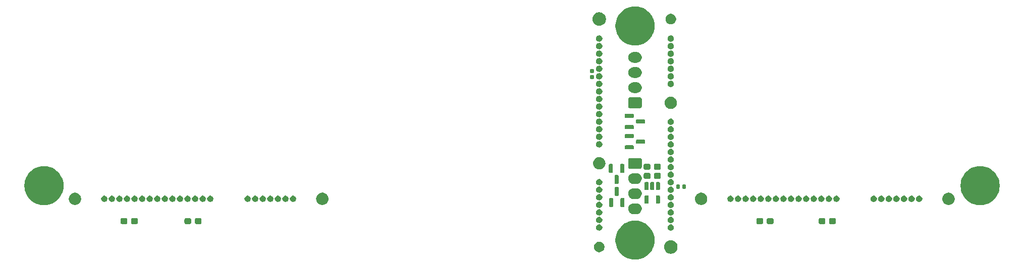
<source format=gbr>
%TF.GenerationSoftware,KiCad,Pcbnew,9.0.0*%
%TF.CreationDate,2025-06-18T14:15:24-07:00*%
%TF.ProjectId,1U Backplane,31552042-6163-46b7-906c-616e652e6b69,rev?*%
%TF.SameCoordinates,Original*%
%TF.FileFunction,Soldermask,Bot*%
%TF.FilePolarity,Negative*%
%FSLAX46Y46*%
G04 Gerber Fmt 4.6, Leading zero omitted, Abs format (unit mm)*
G04 Created by KiCad (PCBNEW 9.0.0) date 2025-06-18 14:15:24*
%MOMM*%
%LPD*%
G01*
G04 APERTURE LIST*
G04 APERTURE END LIST*
G36*
X165642250Y-121647588D02*
G01*
X165958719Y-121710537D01*
X166267494Y-121804203D01*
X166565601Y-121927683D01*
X166850170Y-122079788D01*
X167118459Y-122259054D01*
X167367886Y-122463753D01*
X167596047Y-122691914D01*
X167800746Y-122941341D01*
X167980012Y-123209630D01*
X168132117Y-123494199D01*
X168255597Y-123792306D01*
X168349263Y-124101081D01*
X168412212Y-124417550D01*
X168443839Y-124738665D01*
X168443839Y-125061335D01*
X168412212Y-125382450D01*
X168349263Y-125698919D01*
X168255597Y-126007694D01*
X168132117Y-126305801D01*
X167980012Y-126590370D01*
X167800746Y-126858659D01*
X167596047Y-127108086D01*
X167367886Y-127336247D01*
X167118459Y-127540946D01*
X166850170Y-127720212D01*
X166565601Y-127872317D01*
X166267494Y-127995797D01*
X165958719Y-128089463D01*
X165642250Y-128152412D01*
X165321135Y-128184039D01*
X164998465Y-128184039D01*
X164677350Y-128152412D01*
X164360881Y-128089463D01*
X164052106Y-127995797D01*
X163753999Y-127872317D01*
X163469430Y-127720212D01*
X163201141Y-127540946D01*
X162951714Y-127336247D01*
X162723553Y-127108086D01*
X162518854Y-126858659D01*
X162339588Y-126590370D01*
X162187483Y-126305801D01*
X162064003Y-126007694D01*
X161970337Y-125698919D01*
X161907388Y-125382450D01*
X161875761Y-125061335D01*
X161875761Y-124738665D01*
X161907388Y-124417550D01*
X161970337Y-124101081D01*
X162064003Y-123792306D01*
X162187483Y-123494199D01*
X162339588Y-123209630D01*
X162518854Y-122941341D01*
X162723553Y-122691914D01*
X162951714Y-122463753D01*
X163201141Y-122259054D01*
X163469430Y-122079788D01*
X163753999Y-121927683D01*
X164052106Y-121804203D01*
X164360881Y-121710537D01*
X164677350Y-121647588D01*
X164998465Y-121615961D01*
X165321135Y-121615961D01*
X165642250Y-121647588D01*
G37*
G36*
X171419661Y-124943343D02*
G01*
X171589494Y-124998525D01*
X171748603Y-125079595D01*
X171893072Y-125184558D01*
X172019342Y-125310828D01*
X172124305Y-125455297D01*
X172205375Y-125614406D01*
X172260557Y-125784239D01*
X172288492Y-125960614D01*
X172288492Y-126139186D01*
X172260557Y-126315561D01*
X172205375Y-126485394D01*
X172124305Y-126644503D01*
X172019342Y-126788972D01*
X171893072Y-126915242D01*
X171748603Y-127020205D01*
X171589494Y-127101275D01*
X171419661Y-127156457D01*
X171243286Y-127184392D01*
X171064714Y-127184392D01*
X170888339Y-127156457D01*
X170718506Y-127101275D01*
X170559397Y-127020205D01*
X170414928Y-126915242D01*
X170288658Y-126788972D01*
X170183695Y-126644503D01*
X170102625Y-126485394D01*
X170047443Y-126315561D01*
X170019508Y-126139186D01*
X170019508Y-125960614D01*
X170047443Y-125784239D01*
X170102625Y-125614406D01*
X170183695Y-125455297D01*
X170288658Y-125310828D01*
X170414928Y-125184558D01*
X170559397Y-125079595D01*
X170718506Y-124998525D01*
X170888339Y-124943343D01*
X171064714Y-124915408D01*
X171243286Y-124915408D01*
X171419661Y-124943343D01*
G37*
G36*
X159411773Y-125200137D02*
G01*
X159572600Y-125266754D01*
X159717341Y-125363467D01*
X159840433Y-125486559D01*
X159937146Y-125631300D01*
X160003763Y-125792127D01*
X160037724Y-125962861D01*
X160037724Y-126136939D01*
X160003763Y-126307673D01*
X159937146Y-126468500D01*
X159840433Y-126613241D01*
X159717341Y-126736333D01*
X159572600Y-126833046D01*
X159411773Y-126899663D01*
X159241039Y-126933624D01*
X159066961Y-126933624D01*
X158896227Y-126899663D01*
X158735400Y-126833046D01*
X158590659Y-126736333D01*
X158467567Y-126613241D01*
X158370854Y-126468500D01*
X158304237Y-126307673D01*
X158270276Y-126136939D01*
X158270276Y-125962861D01*
X158304237Y-125792127D01*
X158370854Y-125631300D01*
X158467567Y-125486559D01*
X158590659Y-125363467D01*
X158735400Y-125266754D01*
X158896227Y-125200137D01*
X159066961Y-125166176D01*
X159241039Y-125166176D01*
X159411773Y-125200137D01*
G37*
G36*
X159359884Y-122282953D02*
G01*
X159481514Y-122353176D01*
X159580824Y-122452486D01*
X159651047Y-122574116D01*
X159687397Y-122709777D01*
X159687397Y-122850223D01*
X159651047Y-122985884D01*
X159580824Y-123107514D01*
X159481514Y-123206824D01*
X159359884Y-123277047D01*
X159224223Y-123313397D01*
X159083777Y-123313397D01*
X158948116Y-123277047D01*
X158826486Y-123206824D01*
X158727176Y-123107514D01*
X158656953Y-122985884D01*
X158620603Y-122850223D01*
X158620603Y-122709777D01*
X158656953Y-122574116D01*
X158727176Y-122452486D01*
X158826486Y-122353176D01*
X158948116Y-122282953D01*
X159083777Y-122246603D01*
X159224223Y-122246603D01*
X159359884Y-122282953D01*
G37*
G36*
X171359884Y-122282953D02*
G01*
X171481514Y-122353176D01*
X171580824Y-122452486D01*
X171651047Y-122574116D01*
X171687397Y-122709777D01*
X171687397Y-122850223D01*
X171651047Y-122985884D01*
X171580824Y-123107514D01*
X171481514Y-123206824D01*
X171359884Y-123277047D01*
X171224223Y-123313397D01*
X171083777Y-123313397D01*
X170948116Y-123277047D01*
X170826486Y-123206824D01*
X170727176Y-123107514D01*
X170656953Y-122985884D01*
X170620603Y-122850223D01*
X170620603Y-122709777D01*
X170656953Y-122574116D01*
X170727176Y-122452486D01*
X170826486Y-122353176D01*
X170948116Y-122282953D01*
X171083777Y-122246603D01*
X171224223Y-122246603D01*
X171359884Y-122282953D01*
G37*
G36*
X79718009Y-121188294D02*
G01*
X79781569Y-121196662D01*
X79797557Y-121204117D01*
X79816929Y-121207971D01*
X79842589Y-121225116D01*
X79869070Y-121237465D01*
X79885179Y-121253574D01*
X79906308Y-121267692D01*
X79920425Y-121288820D01*
X79936534Y-121304929D01*
X79948881Y-121331408D01*
X79966029Y-121357071D01*
X79969882Y-121376442D01*
X79977336Y-121392427D01*
X79985699Y-121455961D01*
X79987000Y-121462500D01*
X79987000Y-121937500D01*
X79985702Y-121944023D01*
X79977337Y-122007569D01*
X79969882Y-122023554D01*
X79966029Y-122042929D01*
X79948879Y-122068594D01*
X79936534Y-122095070D01*
X79920427Y-122111176D01*
X79906308Y-122132308D01*
X79885176Y-122146427D01*
X79869070Y-122162534D01*
X79842593Y-122174880D01*
X79816929Y-122192029D01*
X79797555Y-122195882D01*
X79781572Y-122203336D01*
X79718040Y-122211699D01*
X79711500Y-122213000D01*
X79136500Y-122213000D01*
X79129978Y-122211702D01*
X79066430Y-122203337D01*
X79050444Y-122195882D01*
X79031071Y-122192029D01*
X79005407Y-122174881D01*
X78978929Y-122162534D01*
X78962820Y-122146425D01*
X78941692Y-122132308D01*
X78927574Y-122111179D01*
X78911465Y-122095070D01*
X78899116Y-122068588D01*
X78881971Y-122042929D01*
X78878118Y-122023559D01*
X78870663Y-122007572D01*
X78862297Y-121944025D01*
X78861000Y-121937500D01*
X78861000Y-121462500D01*
X78862294Y-121455992D01*
X78870662Y-121392430D01*
X78878118Y-121376440D01*
X78881971Y-121357071D01*
X78899115Y-121331412D01*
X78911465Y-121304929D01*
X78927576Y-121288817D01*
X78941692Y-121267692D01*
X78962817Y-121253576D01*
X78978929Y-121237465D01*
X79005413Y-121225114D01*
X79031071Y-121207971D01*
X79050439Y-121204118D01*
X79066427Y-121196663D01*
X79129976Y-121188297D01*
X79136500Y-121187000D01*
X79711500Y-121187000D01*
X79718009Y-121188294D01*
G37*
G36*
X81468009Y-121188294D02*
G01*
X81531569Y-121196662D01*
X81547557Y-121204117D01*
X81566929Y-121207971D01*
X81592589Y-121225116D01*
X81619070Y-121237465D01*
X81635179Y-121253574D01*
X81656308Y-121267692D01*
X81670425Y-121288820D01*
X81686534Y-121304929D01*
X81698881Y-121331408D01*
X81716029Y-121357071D01*
X81719882Y-121376442D01*
X81727336Y-121392427D01*
X81735699Y-121455961D01*
X81737000Y-121462500D01*
X81737000Y-121937500D01*
X81735702Y-121944023D01*
X81727337Y-122007569D01*
X81719882Y-122023554D01*
X81716029Y-122042929D01*
X81698879Y-122068594D01*
X81686534Y-122095070D01*
X81670427Y-122111176D01*
X81656308Y-122132308D01*
X81635176Y-122146427D01*
X81619070Y-122162534D01*
X81592593Y-122174880D01*
X81566929Y-122192029D01*
X81547555Y-122195882D01*
X81531572Y-122203336D01*
X81468040Y-122211699D01*
X81461500Y-122213000D01*
X80886500Y-122213000D01*
X80879978Y-122211702D01*
X80816430Y-122203337D01*
X80800444Y-122195882D01*
X80781071Y-122192029D01*
X80755407Y-122174881D01*
X80728929Y-122162534D01*
X80712820Y-122146425D01*
X80691692Y-122132308D01*
X80677574Y-122111179D01*
X80661465Y-122095070D01*
X80649116Y-122068588D01*
X80631971Y-122042929D01*
X80628118Y-122023559D01*
X80620663Y-122007572D01*
X80612297Y-121944025D01*
X80611000Y-121937500D01*
X80611000Y-121462500D01*
X80612294Y-121455992D01*
X80620662Y-121392430D01*
X80628118Y-121376440D01*
X80631971Y-121357071D01*
X80649115Y-121331412D01*
X80661465Y-121304929D01*
X80677576Y-121288817D01*
X80691692Y-121267692D01*
X80712817Y-121253576D01*
X80728929Y-121237465D01*
X80755413Y-121225114D01*
X80781071Y-121207971D01*
X80800439Y-121204118D01*
X80816427Y-121196663D01*
X80879976Y-121188297D01*
X80886500Y-121187000D01*
X81461500Y-121187000D01*
X81468009Y-121188294D01*
G37*
G36*
X90418009Y-121188294D02*
G01*
X90481569Y-121196662D01*
X90497557Y-121204117D01*
X90516929Y-121207971D01*
X90542589Y-121225116D01*
X90569070Y-121237465D01*
X90585179Y-121253574D01*
X90606308Y-121267692D01*
X90620425Y-121288820D01*
X90636534Y-121304929D01*
X90648881Y-121331408D01*
X90666029Y-121357071D01*
X90669882Y-121376442D01*
X90677336Y-121392427D01*
X90685699Y-121455961D01*
X90687000Y-121462500D01*
X90687000Y-121937500D01*
X90685702Y-121944023D01*
X90677337Y-122007569D01*
X90669882Y-122023554D01*
X90666029Y-122042929D01*
X90648879Y-122068594D01*
X90636534Y-122095070D01*
X90620427Y-122111176D01*
X90606308Y-122132308D01*
X90585176Y-122146427D01*
X90569070Y-122162534D01*
X90542593Y-122174880D01*
X90516929Y-122192029D01*
X90497555Y-122195882D01*
X90481572Y-122203336D01*
X90418040Y-122211699D01*
X90411500Y-122213000D01*
X89836500Y-122213000D01*
X89829978Y-122211702D01*
X89766430Y-122203337D01*
X89750444Y-122195882D01*
X89731071Y-122192029D01*
X89705407Y-122174881D01*
X89678929Y-122162534D01*
X89662820Y-122146425D01*
X89641692Y-122132308D01*
X89627574Y-122111179D01*
X89611465Y-122095070D01*
X89599116Y-122068588D01*
X89581971Y-122042929D01*
X89578118Y-122023559D01*
X89570663Y-122007572D01*
X89562297Y-121944025D01*
X89561000Y-121937500D01*
X89561000Y-121462500D01*
X89562294Y-121455992D01*
X89570662Y-121392430D01*
X89578118Y-121376440D01*
X89581971Y-121357071D01*
X89599115Y-121331412D01*
X89611465Y-121304929D01*
X89627576Y-121288817D01*
X89641692Y-121267692D01*
X89662817Y-121253576D01*
X89678929Y-121237465D01*
X89705413Y-121225114D01*
X89731071Y-121207971D01*
X89750439Y-121204118D01*
X89766427Y-121196663D01*
X89829976Y-121188297D01*
X89836500Y-121187000D01*
X90411500Y-121187000D01*
X90418009Y-121188294D01*
G37*
G36*
X92168009Y-121188294D02*
G01*
X92231569Y-121196662D01*
X92247557Y-121204117D01*
X92266929Y-121207971D01*
X92292589Y-121225116D01*
X92319070Y-121237465D01*
X92335179Y-121253574D01*
X92356308Y-121267692D01*
X92370425Y-121288820D01*
X92386534Y-121304929D01*
X92398881Y-121331408D01*
X92416029Y-121357071D01*
X92419882Y-121376442D01*
X92427336Y-121392427D01*
X92435699Y-121455961D01*
X92437000Y-121462500D01*
X92437000Y-121937500D01*
X92435702Y-121944023D01*
X92427337Y-122007569D01*
X92419882Y-122023554D01*
X92416029Y-122042929D01*
X92398879Y-122068594D01*
X92386534Y-122095070D01*
X92370427Y-122111176D01*
X92356308Y-122132308D01*
X92335176Y-122146427D01*
X92319070Y-122162534D01*
X92292593Y-122174880D01*
X92266929Y-122192029D01*
X92247555Y-122195882D01*
X92231572Y-122203336D01*
X92168040Y-122211699D01*
X92161500Y-122213000D01*
X91586500Y-122213000D01*
X91579978Y-122211702D01*
X91516430Y-122203337D01*
X91500444Y-122195882D01*
X91481071Y-122192029D01*
X91455407Y-122174881D01*
X91428929Y-122162534D01*
X91412820Y-122146425D01*
X91391692Y-122132308D01*
X91377574Y-122111179D01*
X91361465Y-122095070D01*
X91349116Y-122068588D01*
X91331971Y-122042929D01*
X91328118Y-122023559D01*
X91320663Y-122007572D01*
X91312297Y-121944025D01*
X91311000Y-121937500D01*
X91311000Y-121462500D01*
X91312294Y-121455992D01*
X91320662Y-121392430D01*
X91328118Y-121376440D01*
X91331971Y-121357071D01*
X91349115Y-121331412D01*
X91361465Y-121304929D01*
X91377576Y-121288817D01*
X91391692Y-121267692D01*
X91412817Y-121253576D01*
X91428929Y-121237465D01*
X91455413Y-121225114D01*
X91481071Y-121207971D01*
X91500439Y-121204118D01*
X91516427Y-121196663D01*
X91579976Y-121188297D01*
X91586500Y-121187000D01*
X92161500Y-121187000D01*
X92168009Y-121188294D01*
G37*
G36*
X186368009Y-121188294D02*
G01*
X186431569Y-121196662D01*
X186447557Y-121204117D01*
X186466929Y-121207971D01*
X186492589Y-121225116D01*
X186519070Y-121237465D01*
X186535179Y-121253574D01*
X186556308Y-121267692D01*
X186570425Y-121288820D01*
X186586534Y-121304929D01*
X186598881Y-121331408D01*
X186616029Y-121357071D01*
X186619882Y-121376442D01*
X186627336Y-121392427D01*
X186635699Y-121455961D01*
X186637000Y-121462500D01*
X186637000Y-121937500D01*
X186635702Y-121944023D01*
X186627337Y-122007569D01*
X186619882Y-122023554D01*
X186616029Y-122042929D01*
X186598879Y-122068594D01*
X186586534Y-122095070D01*
X186570427Y-122111176D01*
X186556308Y-122132308D01*
X186535176Y-122146427D01*
X186519070Y-122162534D01*
X186492593Y-122174880D01*
X186466929Y-122192029D01*
X186447555Y-122195882D01*
X186431572Y-122203336D01*
X186368040Y-122211699D01*
X186361500Y-122213000D01*
X185786500Y-122213000D01*
X185779978Y-122211702D01*
X185716430Y-122203337D01*
X185700444Y-122195882D01*
X185681071Y-122192029D01*
X185655407Y-122174881D01*
X185628929Y-122162534D01*
X185612820Y-122146425D01*
X185591692Y-122132308D01*
X185577574Y-122111179D01*
X185561465Y-122095070D01*
X185549116Y-122068588D01*
X185531971Y-122042929D01*
X185528118Y-122023559D01*
X185520663Y-122007572D01*
X185512297Y-121944025D01*
X185511000Y-121937500D01*
X185511000Y-121462500D01*
X185512294Y-121455992D01*
X185520662Y-121392430D01*
X185528118Y-121376440D01*
X185531971Y-121357071D01*
X185549115Y-121331412D01*
X185561465Y-121304929D01*
X185577576Y-121288817D01*
X185591692Y-121267692D01*
X185612817Y-121253576D01*
X185628929Y-121237465D01*
X185655413Y-121225114D01*
X185681071Y-121207971D01*
X185700439Y-121204118D01*
X185716427Y-121196663D01*
X185779976Y-121188297D01*
X185786500Y-121187000D01*
X186361500Y-121187000D01*
X186368009Y-121188294D01*
G37*
G36*
X188118009Y-121188294D02*
G01*
X188181569Y-121196662D01*
X188197557Y-121204117D01*
X188216929Y-121207971D01*
X188242589Y-121225116D01*
X188269070Y-121237465D01*
X188285179Y-121253574D01*
X188306308Y-121267692D01*
X188320425Y-121288820D01*
X188336534Y-121304929D01*
X188348881Y-121331408D01*
X188366029Y-121357071D01*
X188369882Y-121376442D01*
X188377336Y-121392427D01*
X188385699Y-121455961D01*
X188387000Y-121462500D01*
X188387000Y-121937500D01*
X188385702Y-121944023D01*
X188377337Y-122007569D01*
X188369882Y-122023554D01*
X188366029Y-122042929D01*
X188348879Y-122068594D01*
X188336534Y-122095070D01*
X188320427Y-122111176D01*
X188306308Y-122132308D01*
X188285176Y-122146427D01*
X188269070Y-122162534D01*
X188242593Y-122174880D01*
X188216929Y-122192029D01*
X188197555Y-122195882D01*
X188181572Y-122203336D01*
X188118040Y-122211699D01*
X188111500Y-122213000D01*
X187536500Y-122213000D01*
X187529978Y-122211702D01*
X187466430Y-122203337D01*
X187450444Y-122195882D01*
X187431071Y-122192029D01*
X187405407Y-122174881D01*
X187378929Y-122162534D01*
X187362820Y-122146425D01*
X187341692Y-122132308D01*
X187327574Y-122111179D01*
X187311465Y-122095070D01*
X187299116Y-122068588D01*
X187281971Y-122042929D01*
X187278118Y-122023559D01*
X187270663Y-122007572D01*
X187262297Y-121944025D01*
X187261000Y-121937500D01*
X187261000Y-121462500D01*
X187262294Y-121455992D01*
X187270662Y-121392430D01*
X187278118Y-121376440D01*
X187281971Y-121357071D01*
X187299115Y-121331412D01*
X187311465Y-121304929D01*
X187327576Y-121288817D01*
X187341692Y-121267692D01*
X187362817Y-121253576D01*
X187378929Y-121237465D01*
X187405413Y-121225114D01*
X187431071Y-121207971D01*
X187450439Y-121204118D01*
X187466427Y-121196663D01*
X187529976Y-121188297D01*
X187536500Y-121187000D01*
X188111500Y-121187000D01*
X188118009Y-121188294D01*
G37*
G36*
X196818009Y-121188294D02*
G01*
X196881569Y-121196662D01*
X196897557Y-121204117D01*
X196916929Y-121207971D01*
X196942589Y-121225116D01*
X196969070Y-121237465D01*
X196985179Y-121253574D01*
X197006308Y-121267692D01*
X197020425Y-121288820D01*
X197036534Y-121304929D01*
X197048881Y-121331408D01*
X197066029Y-121357071D01*
X197069882Y-121376442D01*
X197077336Y-121392427D01*
X197085699Y-121455961D01*
X197087000Y-121462500D01*
X197087000Y-121937500D01*
X197085702Y-121944023D01*
X197077337Y-122007569D01*
X197069882Y-122023554D01*
X197066029Y-122042929D01*
X197048879Y-122068594D01*
X197036534Y-122095070D01*
X197020427Y-122111176D01*
X197006308Y-122132308D01*
X196985176Y-122146427D01*
X196969070Y-122162534D01*
X196942593Y-122174880D01*
X196916929Y-122192029D01*
X196897555Y-122195882D01*
X196881572Y-122203336D01*
X196818040Y-122211699D01*
X196811500Y-122213000D01*
X196236500Y-122213000D01*
X196229978Y-122211702D01*
X196166430Y-122203337D01*
X196150444Y-122195882D01*
X196131071Y-122192029D01*
X196105407Y-122174881D01*
X196078929Y-122162534D01*
X196062820Y-122146425D01*
X196041692Y-122132308D01*
X196027574Y-122111179D01*
X196011465Y-122095070D01*
X195999116Y-122068588D01*
X195981971Y-122042929D01*
X195978118Y-122023559D01*
X195970663Y-122007572D01*
X195962297Y-121944025D01*
X195961000Y-121937500D01*
X195961000Y-121462500D01*
X195962294Y-121455992D01*
X195970662Y-121392430D01*
X195978118Y-121376440D01*
X195981971Y-121357071D01*
X195999115Y-121331412D01*
X196011465Y-121304929D01*
X196027576Y-121288817D01*
X196041692Y-121267692D01*
X196062817Y-121253576D01*
X196078929Y-121237465D01*
X196105413Y-121225114D01*
X196131071Y-121207971D01*
X196150439Y-121204118D01*
X196166427Y-121196663D01*
X196229976Y-121188297D01*
X196236500Y-121187000D01*
X196811500Y-121187000D01*
X196818009Y-121188294D01*
G37*
G36*
X198568009Y-121188294D02*
G01*
X198631569Y-121196662D01*
X198647557Y-121204117D01*
X198666929Y-121207971D01*
X198692589Y-121225116D01*
X198719070Y-121237465D01*
X198735179Y-121253574D01*
X198756308Y-121267692D01*
X198770425Y-121288820D01*
X198786534Y-121304929D01*
X198798881Y-121331408D01*
X198816029Y-121357071D01*
X198819882Y-121376442D01*
X198827336Y-121392427D01*
X198835699Y-121455961D01*
X198837000Y-121462500D01*
X198837000Y-121937500D01*
X198835702Y-121944023D01*
X198827337Y-122007569D01*
X198819882Y-122023554D01*
X198816029Y-122042929D01*
X198798879Y-122068594D01*
X198786534Y-122095070D01*
X198770427Y-122111176D01*
X198756308Y-122132308D01*
X198735176Y-122146427D01*
X198719070Y-122162534D01*
X198692593Y-122174880D01*
X198666929Y-122192029D01*
X198647555Y-122195882D01*
X198631572Y-122203336D01*
X198568040Y-122211699D01*
X198561500Y-122213000D01*
X197986500Y-122213000D01*
X197979978Y-122211702D01*
X197916430Y-122203337D01*
X197900444Y-122195882D01*
X197881071Y-122192029D01*
X197855407Y-122174881D01*
X197828929Y-122162534D01*
X197812820Y-122146425D01*
X197791692Y-122132308D01*
X197777574Y-122111179D01*
X197761465Y-122095070D01*
X197749116Y-122068588D01*
X197731971Y-122042929D01*
X197728118Y-122023559D01*
X197720663Y-122007572D01*
X197712297Y-121944025D01*
X197711000Y-121937500D01*
X197711000Y-121462500D01*
X197712294Y-121455992D01*
X197720662Y-121392430D01*
X197728118Y-121376440D01*
X197731971Y-121357071D01*
X197749115Y-121331412D01*
X197761465Y-121304929D01*
X197777576Y-121288817D01*
X197791692Y-121267692D01*
X197812817Y-121253576D01*
X197828929Y-121237465D01*
X197855413Y-121225114D01*
X197881071Y-121207971D01*
X197900439Y-121204118D01*
X197916427Y-121196663D01*
X197979976Y-121188297D01*
X197986500Y-121187000D01*
X198561500Y-121187000D01*
X198568009Y-121188294D01*
G37*
G36*
X159359884Y-121012953D02*
G01*
X159481514Y-121083176D01*
X159580824Y-121182486D01*
X159651047Y-121304116D01*
X159687397Y-121439777D01*
X159687397Y-121580223D01*
X159651047Y-121715884D01*
X159580824Y-121837514D01*
X159481514Y-121936824D01*
X159359884Y-122007047D01*
X159224223Y-122043397D01*
X159083777Y-122043397D01*
X158948116Y-122007047D01*
X158826486Y-121936824D01*
X158727176Y-121837514D01*
X158656953Y-121715884D01*
X158620603Y-121580223D01*
X158620603Y-121439777D01*
X158656953Y-121304116D01*
X158727176Y-121182486D01*
X158826486Y-121083176D01*
X158948116Y-121012953D01*
X159083777Y-120976603D01*
X159224223Y-120976603D01*
X159359884Y-121012953D01*
G37*
G36*
X171359884Y-121012953D02*
G01*
X171481514Y-121083176D01*
X171580824Y-121182486D01*
X171651047Y-121304116D01*
X171687397Y-121439777D01*
X171687397Y-121580223D01*
X171651047Y-121715884D01*
X171580824Y-121837514D01*
X171481514Y-121936824D01*
X171359884Y-122007047D01*
X171224223Y-122043397D01*
X171083777Y-122043397D01*
X170948116Y-122007047D01*
X170826486Y-121936824D01*
X170727176Y-121837514D01*
X170656953Y-121715884D01*
X170620603Y-121580223D01*
X170620603Y-121439777D01*
X170656953Y-121304116D01*
X170727176Y-121182486D01*
X170826486Y-121083176D01*
X170948116Y-121012953D01*
X171083777Y-120976603D01*
X171224223Y-120976603D01*
X171359884Y-121012953D01*
G37*
G36*
X159359884Y-119742953D02*
G01*
X159481514Y-119813176D01*
X159580824Y-119912486D01*
X159651047Y-120034116D01*
X159687397Y-120169777D01*
X159687397Y-120310223D01*
X159651047Y-120445884D01*
X159580824Y-120567514D01*
X159481514Y-120666824D01*
X159359884Y-120737047D01*
X159224223Y-120773397D01*
X159083777Y-120773397D01*
X158948116Y-120737047D01*
X158826486Y-120666824D01*
X158727176Y-120567514D01*
X158656953Y-120445884D01*
X158620603Y-120310223D01*
X158620603Y-120169777D01*
X158656953Y-120034116D01*
X158727176Y-119912486D01*
X158826486Y-119813176D01*
X158948116Y-119742953D01*
X159083777Y-119706603D01*
X159224223Y-119706603D01*
X159359884Y-119742953D01*
G37*
G36*
X171359884Y-119742953D02*
G01*
X171481514Y-119813176D01*
X171580824Y-119912486D01*
X171651047Y-120034116D01*
X171687397Y-120169777D01*
X171687397Y-120310223D01*
X171651047Y-120445884D01*
X171580824Y-120567514D01*
X171481514Y-120666824D01*
X171359884Y-120737047D01*
X171224223Y-120773397D01*
X171083777Y-120773397D01*
X170948116Y-120737047D01*
X170826486Y-120666824D01*
X170727176Y-120567514D01*
X170656953Y-120445884D01*
X170620603Y-120310223D01*
X170620603Y-120169777D01*
X170656953Y-120034116D01*
X170727176Y-119912486D01*
X170826486Y-119813176D01*
X170948116Y-119742953D01*
X171083777Y-119706603D01*
X171224223Y-119706603D01*
X171359884Y-119742953D01*
G37*
G36*
X165468000Y-118716372D02*
G01*
X165642578Y-118751098D01*
X165807028Y-118819215D01*
X165955029Y-118918107D01*
X166080893Y-119043971D01*
X166179785Y-119191972D01*
X166247902Y-119356422D01*
X166282628Y-119531000D01*
X166282628Y-119709000D01*
X166247902Y-119883578D01*
X166179785Y-120048028D01*
X166080893Y-120196029D01*
X165955029Y-120321893D01*
X165807028Y-120420785D01*
X165642578Y-120488902D01*
X165468000Y-120523628D01*
X165379000Y-120528000D01*
X165377749Y-120528000D01*
X164930251Y-120528000D01*
X164929000Y-120528000D01*
X164840000Y-120523628D01*
X164665422Y-120488902D01*
X164500972Y-120420785D01*
X164352971Y-120321893D01*
X164227107Y-120196029D01*
X164128215Y-120048028D01*
X164060098Y-119883578D01*
X164025372Y-119709000D01*
X164025372Y-119531000D01*
X164060098Y-119356422D01*
X164128215Y-119191972D01*
X164227107Y-119043971D01*
X164352971Y-118918107D01*
X164500972Y-118819215D01*
X164665422Y-118751098D01*
X164840000Y-118716372D01*
X164929000Y-118712000D01*
X165379000Y-118712000D01*
X165468000Y-118716372D01*
G37*
G36*
X159359884Y-118472953D02*
G01*
X159481514Y-118543176D01*
X159580824Y-118642486D01*
X159651047Y-118764116D01*
X159687397Y-118899777D01*
X159687397Y-119040223D01*
X159651047Y-119175884D01*
X159580824Y-119297514D01*
X159481514Y-119396824D01*
X159359884Y-119467047D01*
X159224223Y-119503397D01*
X159083777Y-119503397D01*
X158948116Y-119467047D01*
X158826486Y-119396824D01*
X158727176Y-119297514D01*
X158656953Y-119175884D01*
X158620603Y-119040223D01*
X158620603Y-118899777D01*
X158656953Y-118764116D01*
X158727176Y-118642486D01*
X158826486Y-118543176D01*
X158948116Y-118472953D01*
X159083777Y-118436603D01*
X159224223Y-118436603D01*
X159359884Y-118472953D01*
G37*
G36*
X171359884Y-118472953D02*
G01*
X171481514Y-118543176D01*
X171580824Y-118642486D01*
X171651047Y-118764116D01*
X171687397Y-118899777D01*
X171687397Y-119040223D01*
X171651047Y-119175884D01*
X171580824Y-119297514D01*
X171481514Y-119396824D01*
X171359884Y-119467047D01*
X171224223Y-119503397D01*
X171083777Y-119503397D01*
X170948116Y-119467047D01*
X170826486Y-119396824D01*
X170727176Y-119297514D01*
X170656953Y-119175884D01*
X170620603Y-119040223D01*
X170620603Y-118899777D01*
X170656953Y-118764116D01*
X170727176Y-118642486D01*
X170826486Y-118543176D01*
X170948116Y-118472953D01*
X171083777Y-118436603D01*
X171224223Y-118436603D01*
X171359884Y-118472953D01*
G37*
G36*
X161370944Y-117813811D02*
G01*
X161431936Y-117854564D01*
X161472689Y-117915556D01*
X161487000Y-117987500D01*
X161487000Y-119162500D01*
X161472689Y-119234444D01*
X161431936Y-119295436D01*
X161370944Y-119336189D01*
X161299000Y-119350500D01*
X160999000Y-119350500D01*
X160927056Y-119336189D01*
X160866064Y-119295436D01*
X160825311Y-119234444D01*
X160811000Y-119162500D01*
X160811000Y-117987500D01*
X160825311Y-117915556D01*
X160866064Y-117854564D01*
X160927056Y-117813811D01*
X160999000Y-117799500D01*
X161299000Y-117799500D01*
X161370944Y-117813811D01*
G37*
G36*
X163270944Y-117813811D02*
G01*
X163331936Y-117854564D01*
X163372689Y-117915556D01*
X163387000Y-117987500D01*
X163387000Y-119162500D01*
X163372689Y-119234444D01*
X163331936Y-119295436D01*
X163270944Y-119336189D01*
X163199000Y-119350500D01*
X162899000Y-119350500D01*
X162827056Y-119336189D01*
X162766064Y-119295436D01*
X162725311Y-119234444D01*
X162711000Y-119162500D01*
X162711000Y-117987500D01*
X162725311Y-117915556D01*
X162766064Y-117854564D01*
X162827056Y-117813811D01*
X162899000Y-117799500D01*
X163199000Y-117799500D01*
X163270944Y-117813811D01*
G37*
G36*
X66482450Y-112497588D02*
G01*
X66798919Y-112560537D01*
X67107694Y-112654203D01*
X67405801Y-112777683D01*
X67690370Y-112929788D01*
X67958659Y-113109054D01*
X68208086Y-113313753D01*
X68436247Y-113541914D01*
X68640946Y-113791341D01*
X68820212Y-114059630D01*
X68972317Y-114344199D01*
X69095797Y-114642306D01*
X69189463Y-114951081D01*
X69252412Y-115267550D01*
X69284039Y-115588665D01*
X69284039Y-115911335D01*
X69252412Y-116232450D01*
X69189463Y-116548919D01*
X69095797Y-116857694D01*
X68972317Y-117155801D01*
X68820212Y-117440370D01*
X68640946Y-117708659D01*
X68436247Y-117958086D01*
X68208086Y-118186247D01*
X67958659Y-118390946D01*
X67690370Y-118570212D01*
X67405801Y-118722317D01*
X67107694Y-118845797D01*
X66798919Y-118939463D01*
X66482450Y-119002412D01*
X66161335Y-119034039D01*
X65838665Y-119034039D01*
X65517550Y-119002412D01*
X65201081Y-118939463D01*
X64892306Y-118845797D01*
X64594199Y-118722317D01*
X64309630Y-118570212D01*
X64041341Y-118390946D01*
X63791914Y-118186247D01*
X63563753Y-117958086D01*
X63359054Y-117708659D01*
X63179788Y-117440370D01*
X63027683Y-117155801D01*
X62904203Y-116857694D01*
X62810537Y-116548919D01*
X62747588Y-116232450D01*
X62715961Y-115911335D01*
X62715961Y-115588665D01*
X62747588Y-115267550D01*
X62810537Y-114951081D01*
X62904203Y-114642306D01*
X63027683Y-114344199D01*
X63179788Y-114059630D01*
X63359054Y-113791341D01*
X63563753Y-113541914D01*
X63791914Y-113313753D01*
X64041341Y-113109054D01*
X64309630Y-112929788D01*
X64594199Y-112777683D01*
X64892306Y-112654203D01*
X65201081Y-112560537D01*
X65517550Y-112497588D01*
X65838665Y-112465961D01*
X66161335Y-112465961D01*
X66482450Y-112497588D01*
G37*
G36*
X223532150Y-112497588D02*
G01*
X223848619Y-112560537D01*
X224157394Y-112654203D01*
X224455501Y-112777683D01*
X224740070Y-112929788D01*
X225008359Y-113109054D01*
X225257786Y-113313753D01*
X225485947Y-113541914D01*
X225690646Y-113791341D01*
X225869912Y-114059630D01*
X226022017Y-114344199D01*
X226145497Y-114642306D01*
X226239163Y-114951081D01*
X226302112Y-115267550D01*
X226333739Y-115588665D01*
X226333739Y-115911335D01*
X226302112Y-116232450D01*
X226239163Y-116548919D01*
X226145497Y-116857694D01*
X226022017Y-117155801D01*
X225869912Y-117440370D01*
X225690646Y-117708659D01*
X225485947Y-117958086D01*
X225257786Y-118186247D01*
X225008359Y-118390946D01*
X224740070Y-118570212D01*
X224455501Y-118722317D01*
X224157394Y-118845797D01*
X223848619Y-118939463D01*
X223532150Y-119002412D01*
X223211035Y-119034039D01*
X222888365Y-119034039D01*
X222567250Y-119002412D01*
X222250781Y-118939463D01*
X221942006Y-118845797D01*
X221643899Y-118722317D01*
X221359330Y-118570212D01*
X221091041Y-118390946D01*
X220841614Y-118186247D01*
X220613453Y-117958086D01*
X220408754Y-117708659D01*
X220229488Y-117440370D01*
X220077383Y-117155801D01*
X219953903Y-116857694D01*
X219860237Y-116548919D01*
X219797288Y-116232450D01*
X219765661Y-115911335D01*
X219765661Y-115588665D01*
X219797288Y-115267550D01*
X219860237Y-114951081D01*
X219953903Y-114642306D01*
X220077383Y-114344199D01*
X220229488Y-114059630D01*
X220408754Y-113791341D01*
X220613453Y-113541914D01*
X220841614Y-113313753D01*
X221091041Y-113109054D01*
X221359330Y-112929788D01*
X221643899Y-112777683D01*
X221942006Y-112654203D01*
X222250781Y-112560537D01*
X222567250Y-112497588D01*
X222888365Y-112465961D01*
X223211035Y-112465961D01*
X223532150Y-112497588D01*
G37*
G36*
X71290992Y-116916998D02*
G01*
X71300942Y-116916998D01*
X71339824Y-116924732D01*
X71441480Y-116940833D01*
X71474178Y-116951457D01*
X71500515Y-116956696D01*
X71537677Y-116972089D01*
X71596369Y-116991159D01*
X71651355Y-117019175D01*
X71688510Y-117034566D01*
X71710832Y-117049481D01*
X71741470Y-117065092D01*
X71824744Y-117125594D01*
X71857700Y-117147615D01*
X71864734Y-117154649D01*
X71873226Y-117160819D01*
X71988380Y-117275973D01*
X71994549Y-117284464D01*
X72001585Y-117291500D01*
X72023608Y-117324460D01*
X72084107Y-117407729D01*
X72099716Y-117438364D01*
X72114634Y-117460690D01*
X72130026Y-117497850D01*
X72158040Y-117552830D01*
X72177107Y-117611515D01*
X72192504Y-117648685D01*
X72197743Y-117675026D01*
X72208366Y-117707719D01*
X72224466Y-117809367D01*
X72232202Y-117848258D01*
X72232202Y-117858208D01*
X72233844Y-117868575D01*
X72233844Y-118031424D01*
X72232202Y-118041790D01*
X72232202Y-118051742D01*
X72224465Y-118090636D01*
X72208366Y-118192280D01*
X72197744Y-118224970D01*
X72192504Y-118251315D01*
X72177106Y-118288488D01*
X72158040Y-118347169D01*
X72130028Y-118402144D01*
X72114634Y-118439310D01*
X72099714Y-118461638D01*
X72084107Y-118492270D01*
X72023616Y-118575527D01*
X72001585Y-118608500D01*
X71994546Y-118615538D01*
X71988380Y-118624026D01*
X71873226Y-118739180D01*
X71864738Y-118745346D01*
X71857700Y-118752385D01*
X71824727Y-118774416D01*
X71741470Y-118834907D01*
X71710838Y-118850514D01*
X71688510Y-118865434D01*
X71651344Y-118880828D01*
X71596369Y-118908840D01*
X71537688Y-118927906D01*
X71500515Y-118943304D01*
X71474170Y-118948544D01*
X71441480Y-118959166D01*
X71339833Y-118975265D01*
X71300942Y-118983002D01*
X71290992Y-118983002D01*
X71280625Y-118984644D01*
X71117775Y-118984644D01*
X71107408Y-118983002D01*
X71097458Y-118983002D01*
X71058567Y-118975266D01*
X70956919Y-118959166D01*
X70924226Y-118948543D01*
X70897885Y-118943304D01*
X70860715Y-118927907D01*
X70802030Y-118908840D01*
X70747050Y-118880826D01*
X70709890Y-118865434D01*
X70687564Y-118850516D01*
X70656929Y-118834907D01*
X70573660Y-118774408D01*
X70540700Y-118752385D01*
X70533664Y-118745349D01*
X70525173Y-118739180D01*
X70410019Y-118624026D01*
X70403849Y-118615534D01*
X70396815Y-118608500D01*
X70374794Y-118575544D01*
X70314292Y-118492270D01*
X70298681Y-118461632D01*
X70283766Y-118439310D01*
X70268375Y-118402155D01*
X70240359Y-118347169D01*
X70221289Y-118288477D01*
X70205896Y-118251315D01*
X70200657Y-118224978D01*
X70190033Y-118192280D01*
X70173932Y-118090627D01*
X70166198Y-118051742D01*
X70166198Y-118041791D01*
X70164556Y-118031424D01*
X70164556Y-117868575D01*
X70166198Y-117858207D01*
X70166198Y-117848258D01*
X70173932Y-117809376D01*
X70190033Y-117707719D01*
X70200657Y-117675018D01*
X70205896Y-117648685D01*
X70221287Y-117611526D01*
X70240359Y-117552830D01*
X70268378Y-117497839D01*
X70283766Y-117460690D01*
X70298679Y-117438371D01*
X70314292Y-117407729D01*
X70374802Y-117324443D01*
X70396815Y-117291500D01*
X70403846Y-117284468D01*
X70410019Y-117275973D01*
X70525173Y-117160819D01*
X70533668Y-117154646D01*
X70540700Y-117147615D01*
X70573643Y-117125602D01*
X70656929Y-117065092D01*
X70687571Y-117049479D01*
X70709890Y-117034566D01*
X70747039Y-117019178D01*
X70802030Y-116991159D01*
X70860726Y-116972087D01*
X70897885Y-116956696D01*
X70924218Y-116951457D01*
X70956919Y-116940833D01*
X71058576Y-116924732D01*
X71097458Y-116916998D01*
X71107408Y-116916998D01*
X71117775Y-116915356D01*
X71280625Y-116915356D01*
X71290992Y-116916998D01*
G37*
G36*
X112790792Y-116916998D02*
G01*
X112800742Y-116916998D01*
X112839624Y-116924732D01*
X112941280Y-116940833D01*
X112973978Y-116951457D01*
X113000315Y-116956696D01*
X113037477Y-116972089D01*
X113096169Y-116991159D01*
X113151155Y-117019175D01*
X113188310Y-117034566D01*
X113210632Y-117049481D01*
X113241270Y-117065092D01*
X113324544Y-117125594D01*
X113357500Y-117147615D01*
X113364534Y-117154649D01*
X113373026Y-117160819D01*
X113488180Y-117275973D01*
X113494349Y-117284464D01*
X113501385Y-117291500D01*
X113523408Y-117324460D01*
X113583907Y-117407729D01*
X113599516Y-117438364D01*
X113614434Y-117460690D01*
X113629826Y-117497850D01*
X113657840Y-117552830D01*
X113676907Y-117611515D01*
X113692304Y-117648685D01*
X113697543Y-117675026D01*
X113708166Y-117707719D01*
X113724266Y-117809367D01*
X113732002Y-117848258D01*
X113732002Y-117858208D01*
X113733644Y-117868575D01*
X113733644Y-118031424D01*
X113732002Y-118041790D01*
X113732002Y-118051742D01*
X113724265Y-118090636D01*
X113708166Y-118192280D01*
X113697544Y-118224970D01*
X113692304Y-118251315D01*
X113676906Y-118288488D01*
X113657840Y-118347169D01*
X113629828Y-118402144D01*
X113614434Y-118439310D01*
X113599514Y-118461638D01*
X113583907Y-118492270D01*
X113523416Y-118575527D01*
X113501385Y-118608500D01*
X113494346Y-118615538D01*
X113488180Y-118624026D01*
X113373026Y-118739180D01*
X113364538Y-118745346D01*
X113357500Y-118752385D01*
X113324527Y-118774416D01*
X113241270Y-118834907D01*
X113210638Y-118850514D01*
X113188310Y-118865434D01*
X113151144Y-118880828D01*
X113096169Y-118908840D01*
X113037488Y-118927906D01*
X113000315Y-118943304D01*
X112973970Y-118948544D01*
X112941280Y-118959166D01*
X112839633Y-118975265D01*
X112800742Y-118983002D01*
X112790792Y-118983002D01*
X112780425Y-118984644D01*
X112617575Y-118984644D01*
X112607208Y-118983002D01*
X112597258Y-118983002D01*
X112558367Y-118975266D01*
X112456719Y-118959166D01*
X112424026Y-118948543D01*
X112397685Y-118943304D01*
X112360515Y-118927907D01*
X112301830Y-118908840D01*
X112246850Y-118880826D01*
X112209690Y-118865434D01*
X112187364Y-118850516D01*
X112156729Y-118834907D01*
X112073460Y-118774408D01*
X112040500Y-118752385D01*
X112033464Y-118745349D01*
X112024973Y-118739180D01*
X111909819Y-118624026D01*
X111903649Y-118615534D01*
X111896615Y-118608500D01*
X111874594Y-118575544D01*
X111814092Y-118492270D01*
X111798481Y-118461632D01*
X111783566Y-118439310D01*
X111768175Y-118402155D01*
X111740159Y-118347169D01*
X111721089Y-118288477D01*
X111705696Y-118251315D01*
X111700457Y-118224978D01*
X111689833Y-118192280D01*
X111673732Y-118090627D01*
X111665998Y-118051742D01*
X111665998Y-118041791D01*
X111664356Y-118031424D01*
X111664356Y-117868575D01*
X111665998Y-117858207D01*
X111665998Y-117848258D01*
X111673732Y-117809376D01*
X111689833Y-117707719D01*
X111700457Y-117675018D01*
X111705696Y-117648685D01*
X111721087Y-117611526D01*
X111740159Y-117552830D01*
X111768178Y-117497839D01*
X111783566Y-117460690D01*
X111798479Y-117438371D01*
X111814092Y-117407729D01*
X111874602Y-117324443D01*
X111896615Y-117291500D01*
X111903646Y-117284468D01*
X111909819Y-117275973D01*
X112024973Y-117160819D01*
X112033468Y-117154646D01*
X112040500Y-117147615D01*
X112073443Y-117125602D01*
X112156729Y-117065092D01*
X112187371Y-117049479D01*
X112209690Y-117034566D01*
X112246839Y-117019178D01*
X112301830Y-116991159D01*
X112360526Y-116972087D01*
X112397685Y-116956696D01*
X112424018Y-116951457D01*
X112456719Y-116940833D01*
X112558376Y-116924732D01*
X112597258Y-116916998D01*
X112607208Y-116916998D01*
X112617575Y-116915356D01*
X112780425Y-116915356D01*
X112790792Y-116916998D01*
G37*
G36*
X176340992Y-116916998D02*
G01*
X176350942Y-116916998D01*
X176389824Y-116924732D01*
X176491480Y-116940833D01*
X176524178Y-116951457D01*
X176550515Y-116956696D01*
X176587677Y-116972089D01*
X176646369Y-116991159D01*
X176701355Y-117019175D01*
X176738510Y-117034566D01*
X176760832Y-117049481D01*
X176791470Y-117065092D01*
X176874744Y-117125594D01*
X176907700Y-117147615D01*
X176914734Y-117154649D01*
X176923226Y-117160819D01*
X177038380Y-117275973D01*
X177044549Y-117284464D01*
X177051585Y-117291500D01*
X177073608Y-117324460D01*
X177134107Y-117407729D01*
X177149716Y-117438364D01*
X177164634Y-117460690D01*
X177180026Y-117497850D01*
X177208040Y-117552830D01*
X177227107Y-117611515D01*
X177242504Y-117648685D01*
X177247743Y-117675026D01*
X177258366Y-117707719D01*
X177274466Y-117809367D01*
X177282202Y-117848258D01*
X177282202Y-117858208D01*
X177283844Y-117868575D01*
X177283844Y-118031424D01*
X177282202Y-118041790D01*
X177282202Y-118051742D01*
X177274465Y-118090636D01*
X177258366Y-118192280D01*
X177247744Y-118224970D01*
X177242504Y-118251315D01*
X177227106Y-118288488D01*
X177208040Y-118347169D01*
X177180028Y-118402144D01*
X177164634Y-118439310D01*
X177149714Y-118461638D01*
X177134107Y-118492270D01*
X177073616Y-118575527D01*
X177051585Y-118608500D01*
X177044546Y-118615538D01*
X177038380Y-118624026D01*
X176923226Y-118739180D01*
X176914738Y-118745346D01*
X176907700Y-118752385D01*
X176874727Y-118774416D01*
X176791470Y-118834907D01*
X176760838Y-118850514D01*
X176738510Y-118865434D01*
X176701344Y-118880828D01*
X176646369Y-118908840D01*
X176587688Y-118927906D01*
X176550515Y-118943304D01*
X176524170Y-118948544D01*
X176491480Y-118959166D01*
X176389833Y-118975265D01*
X176350942Y-118983002D01*
X176340992Y-118983002D01*
X176330625Y-118984644D01*
X176167775Y-118984644D01*
X176157408Y-118983002D01*
X176147458Y-118983002D01*
X176108567Y-118975266D01*
X176006919Y-118959166D01*
X175974226Y-118948543D01*
X175947885Y-118943304D01*
X175910715Y-118927907D01*
X175852030Y-118908840D01*
X175797050Y-118880826D01*
X175759890Y-118865434D01*
X175737564Y-118850516D01*
X175706929Y-118834907D01*
X175623660Y-118774408D01*
X175590700Y-118752385D01*
X175583664Y-118745349D01*
X175575173Y-118739180D01*
X175460019Y-118624026D01*
X175453849Y-118615534D01*
X175446815Y-118608500D01*
X175424794Y-118575544D01*
X175364292Y-118492270D01*
X175348681Y-118461632D01*
X175333766Y-118439310D01*
X175318375Y-118402155D01*
X175290359Y-118347169D01*
X175271289Y-118288477D01*
X175255896Y-118251315D01*
X175250657Y-118224978D01*
X175240033Y-118192280D01*
X175223932Y-118090627D01*
X175216198Y-118051742D01*
X175216198Y-118041791D01*
X175214556Y-118031424D01*
X175214556Y-117868575D01*
X175216198Y-117858207D01*
X175216198Y-117848258D01*
X175223932Y-117809376D01*
X175240033Y-117707719D01*
X175250657Y-117675018D01*
X175255896Y-117648685D01*
X175271287Y-117611526D01*
X175290359Y-117552830D01*
X175318378Y-117497839D01*
X175333766Y-117460690D01*
X175348679Y-117438371D01*
X175364292Y-117407729D01*
X175424802Y-117324443D01*
X175446815Y-117291500D01*
X175453846Y-117284468D01*
X175460019Y-117275973D01*
X175575173Y-117160819D01*
X175583668Y-117154646D01*
X175590700Y-117147615D01*
X175623643Y-117125602D01*
X175706929Y-117065092D01*
X175737571Y-117049479D01*
X175759890Y-117034566D01*
X175797039Y-117019178D01*
X175852030Y-116991159D01*
X175910726Y-116972087D01*
X175947885Y-116956696D01*
X175974218Y-116951457D01*
X176006919Y-116940833D01*
X176108576Y-116924732D01*
X176147458Y-116916998D01*
X176157408Y-116916998D01*
X176167775Y-116915356D01*
X176330625Y-116915356D01*
X176340992Y-116916998D01*
G37*
G36*
X217840792Y-116916998D02*
G01*
X217850742Y-116916998D01*
X217889624Y-116924732D01*
X217991280Y-116940833D01*
X218023978Y-116951457D01*
X218050315Y-116956696D01*
X218087477Y-116972089D01*
X218146169Y-116991159D01*
X218201155Y-117019175D01*
X218238310Y-117034566D01*
X218260632Y-117049481D01*
X218291270Y-117065092D01*
X218374544Y-117125594D01*
X218407500Y-117147615D01*
X218414534Y-117154649D01*
X218423026Y-117160819D01*
X218538180Y-117275973D01*
X218544349Y-117284464D01*
X218551385Y-117291500D01*
X218573408Y-117324460D01*
X218633907Y-117407729D01*
X218649516Y-117438364D01*
X218664434Y-117460690D01*
X218679826Y-117497850D01*
X218707840Y-117552830D01*
X218726907Y-117611515D01*
X218742304Y-117648685D01*
X218747543Y-117675026D01*
X218758166Y-117707719D01*
X218774266Y-117809367D01*
X218782002Y-117848258D01*
X218782002Y-117858208D01*
X218783644Y-117868575D01*
X218783644Y-118031424D01*
X218782002Y-118041790D01*
X218782002Y-118051742D01*
X218774265Y-118090636D01*
X218758166Y-118192280D01*
X218747544Y-118224970D01*
X218742304Y-118251315D01*
X218726906Y-118288488D01*
X218707840Y-118347169D01*
X218679828Y-118402144D01*
X218664434Y-118439310D01*
X218649514Y-118461638D01*
X218633907Y-118492270D01*
X218573416Y-118575527D01*
X218551385Y-118608500D01*
X218544346Y-118615538D01*
X218538180Y-118624026D01*
X218423026Y-118739180D01*
X218414538Y-118745346D01*
X218407500Y-118752385D01*
X218374527Y-118774416D01*
X218291270Y-118834907D01*
X218260638Y-118850514D01*
X218238310Y-118865434D01*
X218201144Y-118880828D01*
X218146169Y-118908840D01*
X218087488Y-118927906D01*
X218050315Y-118943304D01*
X218023970Y-118948544D01*
X217991280Y-118959166D01*
X217889633Y-118975265D01*
X217850742Y-118983002D01*
X217840792Y-118983002D01*
X217830425Y-118984644D01*
X217667575Y-118984644D01*
X217657208Y-118983002D01*
X217647258Y-118983002D01*
X217608367Y-118975266D01*
X217506719Y-118959166D01*
X217474026Y-118948543D01*
X217447685Y-118943304D01*
X217410515Y-118927907D01*
X217351830Y-118908840D01*
X217296850Y-118880826D01*
X217259690Y-118865434D01*
X217237364Y-118850516D01*
X217206729Y-118834907D01*
X217123460Y-118774408D01*
X217090500Y-118752385D01*
X217083464Y-118745349D01*
X217074973Y-118739180D01*
X216959819Y-118624026D01*
X216953649Y-118615534D01*
X216946615Y-118608500D01*
X216924594Y-118575544D01*
X216864092Y-118492270D01*
X216848481Y-118461632D01*
X216833566Y-118439310D01*
X216818175Y-118402155D01*
X216790159Y-118347169D01*
X216771089Y-118288477D01*
X216755696Y-118251315D01*
X216750457Y-118224978D01*
X216739833Y-118192280D01*
X216723732Y-118090627D01*
X216715998Y-118051742D01*
X216715998Y-118041791D01*
X216714356Y-118031424D01*
X216714356Y-117868575D01*
X216715998Y-117858207D01*
X216715998Y-117848258D01*
X216723732Y-117809376D01*
X216739833Y-117707719D01*
X216750457Y-117675018D01*
X216755696Y-117648685D01*
X216771087Y-117611526D01*
X216790159Y-117552830D01*
X216818178Y-117497839D01*
X216833566Y-117460690D01*
X216848479Y-117438371D01*
X216864092Y-117407729D01*
X216924602Y-117324443D01*
X216946615Y-117291500D01*
X216953646Y-117284468D01*
X216959819Y-117275973D01*
X217074973Y-117160819D01*
X217083468Y-117154646D01*
X217090500Y-117147615D01*
X217123443Y-117125602D01*
X217206729Y-117065092D01*
X217237371Y-117049479D01*
X217259690Y-117034566D01*
X217296839Y-117019178D01*
X217351830Y-116991159D01*
X217410526Y-116972087D01*
X217447685Y-116956696D01*
X217474018Y-116951457D01*
X217506719Y-116940833D01*
X217608376Y-116924732D01*
X217647258Y-116916998D01*
X217657208Y-116916998D01*
X217667575Y-116915356D01*
X217830425Y-116915356D01*
X217840792Y-116916998D01*
G37*
G36*
X167320944Y-117388811D02*
G01*
X167381936Y-117429564D01*
X167422689Y-117490556D01*
X167437000Y-117562500D01*
X167437000Y-118587500D01*
X167422689Y-118659444D01*
X167381936Y-118720436D01*
X167320944Y-118761189D01*
X167249000Y-118775500D01*
X166949000Y-118775500D01*
X166877056Y-118761189D01*
X166816064Y-118720436D01*
X166775311Y-118659444D01*
X166761000Y-118587500D01*
X166761000Y-117562500D01*
X166775311Y-117490556D01*
X166816064Y-117429564D01*
X166877056Y-117388811D01*
X166949000Y-117374500D01*
X167249000Y-117374500D01*
X167320944Y-117388811D01*
G37*
G36*
X169220944Y-117388811D02*
G01*
X169281936Y-117429564D01*
X169322689Y-117490556D01*
X169337000Y-117562500D01*
X169337000Y-118587500D01*
X169322689Y-118659444D01*
X169281936Y-118720436D01*
X169220944Y-118761189D01*
X169149000Y-118775500D01*
X168849000Y-118775500D01*
X168777056Y-118761189D01*
X168716064Y-118720436D01*
X168675311Y-118659444D01*
X168661000Y-118587500D01*
X168661000Y-117562500D01*
X168675311Y-117490556D01*
X168716064Y-117429564D01*
X168777056Y-117388811D01*
X168849000Y-117374500D01*
X169149000Y-117374500D01*
X169220944Y-117388811D01*
G37*
G36*
X76325084Y-117452953D02*
G01*
X76446714Y-117523176D01*
X76546024Y-117622486D01*
X76616247Y-117744116D01*
X76652597Y-117879777D01*
X76652597Y-118020223D01*
X76616247Y-118155884D01*
X76546024Y-118277514D01*
X76446714Y-118376824D01*
X76325084Y-118447047D01*
X76189423Y-118483397D01*
X76048977Y-118483397D01*
X75913316Y-118447047D01*
X75791686Y-118376824D01*
X75692376Y-118277514D01*
X75622153Y-118155884D01*
X75585803Y-118020223D01*
X75585803Y-117879777D01*
X75622153Y-117744116D01*
X75692376Y-117622486D01*
X75791686Y-117523176D01*
X75913316Y-117452953D01*
X76048977Y-117416603D01*
X76189423Y-117416603D01*
X76325084Y-117452953D01*
G37*
G36*
X77595084Y-117452953D02*
G01*
X77716714Y-117523176D01*
X77816024Y-117622486D01*
X77886247Y-117744116D01*
X77922597Y-117879777D01*
X77922597Y-118020223D01*
X77886247Y-118155884D01*
X77816024Y-118277514D01*
X77716714Y-118376824D01*
X77595084Y-118447047D01*
X77459423Y-118483397D01*
X77318977Y-118483397D01*
X77183316Y-118447047D01*
X77061686Y-118376824D01*
X76962376Y-118277514D01*
X76892153Y-118155884D01*
X76855803Y-118020223D01*
X76855803Y-117879777D01*
X76892153Y-117744116D01*
X76962376Y-117622486D01*
X77061686Y-117523176D01*
X77183316Y-117452953D01*
X77318977Y-117416603D01*
X77459423Y-117416603D01*
X77595084Y-117452953D01*
G37*
G36*
X78865084Y-117452953D02*
G01*
X78986714Y-117523176D01*
X79086024Y-117622486D01*
X79156247Y-117744116D01*
X79192597Y-117879777D01*
X79192597Y-118020223D01*
X79156247Y-118155884D01*
X79086024Y-118277514D01*
X78986714Y-118376824D01*
X78865084Y-118447047D01*
X78729423Y-118483397D01*
X78588977Y-118483397D01*
X78453316Y-118447047D01*
X78331686Y-118376824D01*
X78232376Y-118277514D01*
X78162153Y-118155884D01*
X78125803Y-118020223D01*
X78125803Y-117879777D01*
X78162153Y-117744116D01*
X78232376Y-117622486D01*
X78331686Y-117523176D01*
X78453316Y-117452953D01*
X78588977Y-117416603D01*
X78729423Y-117416603D01*
X78865084Y-117452953D01*
G37*
G36*
X80135084Y-117452953D02*
G01*
X80256714Y-117523176D01*
X80356024Y-117622486D01*
X80426247Y-117744116D01*
X80462597Y-117879777D01*
X80462597Y-118020223D01*
X80426247Y-118155884D01*
X80356024Y-118277514D01*
X80256714Y-118376824D01*
X80135084Y-118447047D01*
X79999423Y-118483397D01*
X79858977Y-118483397D01*
X79723316Y-118447047D01*
X79601686Y-118376824D01*
X79502376Y-118277514D01*
X79432153Y-118155884D01*
X79395803Y-118020223D01*
X79395803Y-117879777D01*
X79432153Y-117744116D01*
X79502376Y-117622486D01*
X79601686Y-117523176D01*
X79723316Y-117452953D01*
X79858977Y-117416603D01*
X79999423Y-117416603D01*
X80135084Y-117452953D01*
G37*
G36*
X81405084Y-117452953D02*
G01*
X81526714Y-117523176D01*
X81626024Y-117622486D01*
X81696247Y-117744116D01*
X81732597Y-117879777D01*
X81732597Y-118020223D01*
X81696247Y-118155884D01*
X81626024Y-118277514D01*
X81526714Y-118376824D01*
X81405084Y-118447047D01*
X81269423Y-118483397D01*
X81128977Y-118483397D01*
X80993316Y-118447047D01*
X80871686Y-118376824D01*
X80772376Y-118277514D01*
X80702153Y-118155884D01*
X80665803Y-118020223D01*
X80665803Y-117879777D01*
X80702153Y-117744116D01*
X80772376Y-117622486D01*
X80871686Y-117523176D01*
X80993316Y-117452953D01*
X81128977Y-117416603D01*
X81269423Y-117416603D01*
X81405084Y-117452953D01*
G37*
G36*
X82675084Y-117452953D02*
G01*
X82796714Y-117523176D01*
X82896024Y-117622486D01*
X82966247Y-117744116D01*
X83002597Y-117879777D01*
X83002597Y-118020223D01*
X82966247Y-118155884D01*
X82896024Y-118277514D01*
X82796714Y-118376824D01*
X82675084Y-118447047D01*
X82539423Y-118483397D01*
X82398977Y-118483397D01*
X82263316Y-118447047D01*
X82141686Y-118376824D01*
X82042376Y-118277514D01*
X81972153Y-118155884D01*
X81935803Y-118020223D01*
X81935803Y-117879777D01*
X81972153Y-117744116D01*
X82042376Y-117622486D01*
X82141686Y-117523176D01*
X82263316Y-117452953D01*
X82398977Y-117416603D01*
X82539423Y-117416603D01*
X82675084Y-117452953D01*
G37*
G36*
X83945084Y-117452953D02*
G01*
X84066714Y-117523176D01*
X84166024Y-117622486D01*
X84236247Y-117744116D01*
X84272597Y-117879777D01*
X84272597Y-118020223D01*
X84236247Y-118155884D01*
X84166024Y-118277514D01*
X84066714Y-118376824D01*
X83945084Y-118447047D01*
X83809423Y-118483397D01*
X83668977Y-118483397D01*
X83533316Y-118447047D01*
X83411686Y-118376824D01*
X83312376Y-118277514D01*
X83242153Y-118155884D01*
X83205803Y-118020223D01*
X83205803Y-117879777D01*
X83242153Y-117744116D01*
X83312376Y-117622486D01*
X83411686Y-117523176D01*
X83533316Y-117452953D01*
X83668977Y-117416603D01*
X83809423Y-117416603D01*
X83945084Y-117452953D01*
G37*
G36*
X85215084Y-117452953D02*
G01*
X85336714Y-117523176D01*
X85436024Y-117622486D01*
X85506247Y-117744116D01*
X85542597Y-117879777D01*
X85542597Y-118020223D01*
X85506247Y-118155884D01*
X85436024Y-118277514D01*
X85336714Y-118376824D01*
X85215084Y-118447047D01*
X85079423Y-118483397D01*
X84938977Y-118483397D01*
X84803316Y-118447047D01*
X84681686Y-118376824D01*
X84582376Y-118277514D01*
X84512153Y-118155884D01*
X84475803Y-118020223D01*
X84475803Y-117879777D01*
X84512153Y-117744116D01*
X84582376Y-117622486D01*
X84681686Y-117523176D01*
X84803316Y-117452953D01*
X84938977Y-117416603D01*
X85079423Y-117416603D01*
X85215084Y-117452953D01*
G37*
G36*
X86485084Y-117452953D02*
G01*
X86606714Y-117523176D01*
X86706024Y-117622486D01*
X86776247Y-117744116D01*
X86812597Y-117879777D01*
X86812597Y-118020223D01*
X86776247Y-118155884D01*
X86706024Y-118277514D01*
X86606714Y-118376824D01*
X86485084Y-118447047D01*
X86349423Y-118483397D01*
X86208977Y-118483397D01*
X86073316Y-118447047D01*
X85951686Y-118376824D01*
X85852376Y-118277514D01*
X85782153Y-118155884D01*
X85745803Y-118020223D01*
X85745803Y-117879777D01*
X85782153Y-117744116D01*
X85852376Y-117622486D01*
X85951686Y-117523176D01*
X86073316Y-117452953D01*
X86208977Y-117416603D01*
X86349423Y-117416603D01*
X86485084Y-117452953D01*
G37*
G36*
X87755084Y-117452953D02*
G01*
X87876714Y-117523176D01*
X87976024Y-117622486D01*
X88046247Y-117744116D01*
X88082597Y-117879777D01*
X88082597Y-118020223D01*
X88046247Y-118155884D01*
X87976024Y-118277514D01*
X87876714Y-118376824D01*
X87755084Y-118447047D01*
X87619423Y-118483397D01*
X87478977Y-118483397D01*
X87343316Y-118447047D01*
X87221686Y-118376824D01*
X87122376Y-118277514D01*
X87052153Y-118155884D01*
X87015803Y-118020223D01*
X87015803Y-117879777D01*
X87052153Y-117744116D01*
X87122376Y-117622486D01*
X87221686Y-117523176D01*
X87343316Y-117452953D01*
X87478977Y-117416603D01*
X87619423Y-117416603D01*
X87755084Y-117452953D01*
G37*
G36*
X89025084Y-117452953D02*
G01*
X89146714Y-117523176D01*
X89246024Y-117622486D01*
X89316247Y-117744116D01*
X89352597Y-117879777D01*
X89352597Y-118020223D01*
X89316247Y-118155884D01*
X89246024Y-118277514D01*
X89146714Y-118376824D01*
X89025084Y-118447047D01*
X88889423Y-118483397D01*
X88748977Y-118483397D01*
X88613316Y-118447047D01*
X88491686Y-118376824D01*
X88392376Y-118277514D01*
X88322153Y-118155884D01*
X88285803Y-118020223D01*
X88285803Y-117879777D01*
X88322153Y-117744116D01*
X88392376Y-117622486D01*
X88491686Y-117523176D01*
X88613316Y-117452953D01*
X88748977Y-117416603D01*
X88889423Y-117416603D01*
X89025084Y-117452953D01*
G37*
G36*
X90295084Y-117452953D02*
G01*
X90416714Y-117523176D01*
X90516024Y-117622486D01*
X90586247Y-117744116D01*
X90622597Y-117879777D01*
X90622597Y-118020223D01*
X90586247Y-118155884D01*
X90516024Y-118277514D01*
X90416714Y-118376824D01*
X90295084Y-118447047D01*
X90159423Y-118483397D01*
X90018977Y-118483397D01*
X89883316Y-118447047D01*
X89761686Y-118376824D01*
X89662376Y-118277514D01*
X89592153Y-118155884D01*
X89555803Y-118020223D01*
X89555803Y-117879777D01*
X89592153Y-117744116D01*
X89662376Y-117622486D01*
X89761686Y-117523176D01*
X89883316Y-117452953D01*
X90018977Y-117416603D01*
X90159423Y-117416603D01*
X90295084Y-117452953D01*
G37*
G36*
X91565084Y-117452953D02*
G01*
X91686714Y-117523176D01*
X91786024Y-117622486D01*
X91856247Y-117744116D01*
X91892597Y-117879777D01*
X91892597Y-118020223D01*
X91856247Y-118155884D01*
X91786024Y-118277514D01*
X91686714Y-118376824D01*
X91565084Y-118447047D01*
X91429423Y-118483397D01*
X91288977Y-118483397D01*
X91153316Y-118447047D01*
X91031686Y-118376824D01*
X90932376Y-118277514D01*
X90862153Y-118155884D01*
X90825803Y-118020223D01*
X90825803Y-117879777D01*
X90862153Y-117744116D01*
X90932376Y-117622486D01*
X91031686Y-117523176D01*
X91153316Y-117452953D01*
X91288977Y-117416603D01*
X91429423Y-117416603D01*
X91565084Y-117452953D01*
G37*
G36*
X92835084Y-117452953D02*
G01*
X92956714Y-117523176D01*
X93056024Y-117622486D01*
X93126247Y-117744116D01*
X93162597Y-117879777D01*
X93162597Y-118020223D01*
X93126247Y-118155884D01*
X93056024Y-118277514D01*
X92956714Y-118376824D01*
X92835084Y-118447047D01*
X92699423Y-118483397D01*
X92558977Y-118483397D01*
X92423316Y-118447047D01*
X92301686Y-118376824D01*
X92202376Y-118277514D01*
X92132153Y-118155884D01*
X92095803Y-118020223D01*
X92095803Y-117879777D01*
X92132153Y-117744116D01*
X92202376Y-117622486D01*
X92301686Y-117523176D01*
X92423316Y-117452953D01*
X92558977Y-117416603D01*
X92699423Y-117416603D01*
X92835084Y-117452953D01*
G37*
G36*
X94105084Y-117452953D02*
G01*
X94226714Y-117523176D01*
X94326024Y-117622486D01*
X94396247Y-117744116D01*
X94432597Y-117879777D01*
X94432597Y-118020223D01*
X94396247Y-118155884D01*
X94326024Y-118277514D01*
X94226714Y-118376824D01*
X94105084Y-118447047D01*
X93969423Y-118483397D01*
X93828977Y-118483397D01*
X93693316Y-118447047D01*
X93571686Y-118376824D01*
X93472376Y-118277514D01*
X93402153Y-118155884D01*
X93365803Y-118020223D01*
X93365803Y-117879777D01*
X93402153Y-117744116D01*
X93472376Y-117622486D01*
X93571686Y-117523176D01*
X93693316Y-117452953D01*
X93828977Y-117416603D01*
X93969423Y-117416603D01*
X94105084Y-117452953D01*
G37*
G36*
X100364884Y-117452953D02*
G01*
X100486514Y-117523176D01*
X100585824Y-117622486D01*
X100656047Y-117744116D01*
X100692397Y-117879777D01*
X100692397Y-118020223D01*
X100656047Y-118155884D01*
X100585824Y-118277514D01*
X100486514Y-118376824D01*
X100364884Y-118447047D01*
X100229223Y-118483397D01*
X100088777Y-118483397D01*
X99953116Y-118447047D01*
X99831486Y-118376824D01*
X99732176Y-118277514D01*
X99661953Y-118155884D01*
X99625603Y-118020223D01*
X99625603Y-117879777D01*
X99661953Y-117744116D01*
X99732176Y-117622486D01*
X99831486Y-117523176D01*
X99953116Y-117452953D01*
X100088777Y-117416603D01*
X100229223Y-117416603D01*
X100364884Y-117452953D01*
G37*
G36*
X101634884Y-117452953D02*
G01*
X101756514Y-117523176D01*
X101855824Y-117622486D01*
X101926047Y-117744116D01*
X101962397Y-117879777D01*
X101962397Y-118020223D01*
X101926047Y-118155884D01*
X101855824Y-118277514D01*
X101756514Y-118376824D01*
X101634884Y-118447047D01*
X101499223Y-118483397D01*
X101358777Y-118483397D01*
X101223116Y-118447047D01*
X101101486Y-118376824D01*
X101002176Y-118277514D01*
X100931953Y-118155884D01*
X100895603Y-118020223D01*
X100895603Y-117879777D01*
X100931953Y-117744116D01*
X101002176Y-117622486D01*
X101101486Y-117523176D01*
X101223116Y-117452953D01*
X101358777Y-117416603D01*
X101499223Y-117416603D01*
X101634884Y-117452953D01*
G37*
G36*
X102904884Y-117452953D02*
G01*
X103026514Y-117523176D01*
X103125824Y-117622486D01*
X103196047Y-117744116D01*
X103232397Y-117879777D01*
X103232397Y-118020223D01*
X103196047Y-118155884D01*
X103125824Y-118277514D01*
X103026514Y-118376824D01*
X102904884Y-118447047D01*
X102769223Y-118483397D01*
X102628777Y-118483397D01*
X102493116Y-118447047D01*
X102371486Y-118376824D01*
X102272176Y-118277514D01*
X102201953Y-118155884D01*
X102165603Y-118020223D01*
X102165603Y-117879777D01*
X102201953Y-117744116D01*
X102272176Y-117622486D01*
X102371486Y-117523176D01*
X102493116Y-117452953D01*
X102628777Y-117416603D01*
X102769223Y-117416603D01*
X102904884Y-117452953D01*
G37*
G36*
X104174884Y-117452953D02*
G01*
X104296514Y-117523176D01*
X104395824Y-117622486D01*
X104466047Y-117744116D01*
X104502397Y-117879777D01*
X104502397Y-118020223D01*
X104466047Y-118155884D01*
X104395824Y-118277514D01*
X104296514Y-118376824D01*
X104174884Y-118447047D01*
X104039223Y-118483397D01*
X103898777Y-118483397D01*
X103763116Y-118447047D01*
X103641486Y-118376824D01*
X103542176Y-118277514D01*
X103471953Y-118155884D01*
X103435603Y-118020223D01*
X103435603Y-117879777D01*
X103471953Y-117744116D01*
X103542176Y-117622486D01*
X103641486Y-117523176D01*
X103763116Y-117452953D01*
X103898777Y-117416603D01*
X104039223Y-117416603D01*
X104174884Y-117452953D01*
G37*
G36*
X105444884Y-117452953D02*
G01*
X105566514Y-117523176D01*
X105665824Y-117622486D01*
X105736047Y-117744116D01*
X105772397Y-117879777D01*
X105772397Y-118020223D01*
X105736047Y-118155884D01*
X105665824Y-118277514D01*
X105566514Y-118376824D01*
X105444884Y-118447047D01*
X105309223Y-118483397D01*
X105168777Y-118483397D01*
X105033116Y-118447047D01*
X104911486Y-118376824D01*
X104812176Y-118277514D01*
X104741953Y-118155884D01*
X104705603Y-118020223D01*
X104705603Y-117879777D01*
X104741953Y-117744116D01*
X104812176Y-117622486D01*
X104911486Y-117523176D01*
X105033116Y-117452953D01*
X105168777Y-117416603D01*
X105309223Y-117416603D01*
X105444884Y-117452953D01*
G37*
G36*
X106714884Y-117452953D02*
G01*
X106836514Y-117523176D01*
X106935824Y-117622486D01*
X107006047Y-117744116D01*
X107042397Y-117879777D01*
X107042397Y-118020223D01*
X107006047Y-118155884D01*
X106935824Y-118277514D01*
X106836514Y-118376824D01*
X106714884Y-118447047D01*
X106579223Y-118483397D01*
X106438777Y-118483397D01*
X106303116Y-118447047D01*
X106181486Y-118376824D01*
X106082176Y-118277514D01*
X106011953Y-118155884D01*
X105975603Y-118020223D01*
X105975603Y-117879777D01*
X106011953Y-117744116D01*
X106082176Y-117622486D01*
X106181486Y-117523176D01*
X106303116Y-117452953D01*
X106438777Y-117416603D01*
X106579223Y-117416603D01*
X106714884Y-117452953D01*
G37*
G36*
X107984884Y-117452953D02*
G01*
X108106514Y-117523176D01*
X108205824Y-117622486D01*
X108276047Y-117744116D01*
X108312397Y-117879777D01*
X108312397Y-118020223D01*
X108276047Y-118155884D01*
X108205824Y-118277514D01*
X108106514Y-118376824D01*
X107984884Y-118447047D01*
X107849223Y-118483397D01*
X107708777Y-118483397D01*
X107573116Y-118447047D01*
X107451486Y-118376824D01*
X107352176Y-118277514D01*
X107281953Y-118155884D01*
X107245603Y-118020223D01*
X107245603Y-117879777D01*
X107281953Y-117744116D01*
X107352176Y-117622486D01*
X107451486Y-117523176D01*
X107573116Y-117452953D01*
X107708777Y-117416603D01*
X107849223Y-117416603D01*
X107984884Y-117452953D01*
G37*
G36*
X181375084Y-117452953D02*
G01*
X181496714Y-117523176D01*
X181596024Y-117622486D01*
X181666247Y-117744116D01*
X181702597Y-117879777D01*
X181702597Y-118020223D01*
X181666247Y-118155884D01*
X181596024Y-118277514D01*
X181496714Y-118376824D01*
X181375084Y-118447047D01*
X181239423Y-118483397D01*
X181098977Y-118483397D01*
X180963316Y-118447047D01*
X180841686Y-118376824D01*
X180742376Y-118277514D01*
X180672153Y-118155884D01*
X180635803Y-118020223D01*
X180635803Y-117879777D01*
X180672153Y-117744116D01*
X180742376Y-117622486D01*
X180841686Y-117523176D01*
X180963316Y-117452953D01*
X181098977Y-117416603D01*
X181239423Y-117416603D01*
X181375084Y-117452953D01*
G37*
G36*
X182645084Y-117452953D02*
G01*
X182766714Y-117523176D01*
X182866024Y-117622486D01*
X182936247Y-117744116D01*
X182972597Y-117879777D01*
X182972597Y-118020223D01*
X182936247Y-118155884D01*
X182866024Y-118277514D01*
X182766714Y-118376824D01*
X182645084Y-118447047D01*
X182509423Y-118483397D01*
X182368977Y-118483397D01*
X182233316Y-118447047D01*
X182111686Y-118376824D01*
X182012376Y-118277514D01*
X181942153Y-118155884D01*
X181905803Y-118020223D01*
X181905803Y-117879777D01*
X181942153Y-117744116D01*
X182012376Y-117622486D01*
X182111686Y-117523176D01*
X182233316Y-117452953D01*
X182368977Y-117416603D01*
X182509423Y-117416603D01*
X182645084Y-117452953D01*
G37*
G36*
X183915084Y-117452953D02*
G01*
X184036714Y-117523176D01*
X184136024Y-117622486D01*
X184206247Y-117744116D01*
X184242597Y-117879777D01*
X184242597Y-118020223D01*
X184206247Y-118155884D01*
X184136024Y-118277514D01*
X184036714Y-118376824D01*
X183915084Y-118447047D01*
X183779423Y-118483397D01*
X183638977Y-118483397D01*
X183503316Y-118447047D01*
X183381686Y-118376824D01*
X183282376Y-118277514D01*
X183212153Y-118155884D01*
X183175803Y-118020223D01*
X183175803Y-117879777D01*
X183212153Y-117744116D01*
X183282376Y-117622486D01*
X183381686Y-117523176D01*
X183503316Y-117452953D01*
X183638977Y-117416603D01*
X183779423Y-117416603D01*
X183915084Y-117452953D01*
G37*
G36*
X185185084Y-117452953D02*
G01*
X185306714Y-117523176D01*
X185406024Y-117622486D01*
X185476247Y-117744116D01*
X185512597Y-117879777D01*
X185512597Y-118020223D01*
X185476247Y-118155884D01*
X185406024Y-118277514D01*
X185306714Y-118376824D01*
X185185084Y-118447047D01*
X185049423Y-118483397D01*
X184908977Y-118483397D01*
X184773316Y-118447047D01*
X184651686Y-118376824D01*
X184552376Y-118277514D01*
X184482153Y-118155884D01*
X184445803Y-118020223D01*
X184445803Y-117879777D01*
X184482153Y-117744116D01*
X184552376Y-117622486D01*
X184651686Y-117523176D01*
X184773316Y-117452953D01*
X184908977Y-117416603D01*
X185049423Y-117416603D01*
X185185084Y-117452953D01*
G37*
G36*
X186455084Y-117452953D02*
G01*
X186576714Y-117523176D01*
X186676024Y-117622486D01*
X186746247Y-117744116D01*
X186782597Y-117879777D01*
X186782597Y-118020223D01*
X186746247Y-118155884D01*
X186676024Y-118277514D01*
X186576714Y-118376824D01*
X186455084Y-118447047D01*
X186319423Y-118483397D01*
X186178977Y-118483397D01*
X186043316Y-118447047D01*
X185921686Y-118376824D01*
X185822376Y-118277514D01*
X185752153Y-118155884D01*
X185715803Y-118020223D01*
X185715803Y-117879777D01*
X185752153Y-117744116D01*
X185822376Y-117622486D01*
X185921686Y-117523176D01*
X186043316Y-117452953D01*
X186178977Y-117416603D01*
X186319423Y-117416603D01*
X186455084Y-117452953D01*
G37*
G36*
X187725084Y-117452953D02*
G01*
X187846714Y-117523176D01*
X187946024Y-117622486D01*
X188016247Y-117744116D01*
X188052597Y-117879777D01*
X188052597Y-118020223D01*
X188016247Y-118155884D01*
X187946024Y-118277514D01*
X187846714Y-118376824D01*
X187725084Y-118447047D01*
X187589423Y-118483397D01*
X187448977Y-118483397D01*
X187313316Y-118447047D01*
X187191686Y-118376824D01*
X187092376Y-118277514D01*
X187022153Y-118155884D01*
X186985803Y-118020223D01*
X186985803Y-117879777D01*
X187022153Y-117744116D01*
X187092376Y-117622486D01*
X187191686Y-117523176D01*
X187313316Y-117452953D01*
X187448977Y-117416603D01*
X187589423Y-117416603D01*
X187725084Y-117452953D01*
G37*
G36*
X188995084Y-117452953D02*
G01*
X189116714Y-117523176D01*
X189216024Y-117622486D01*
X189286247Y-117744116D01*
X189322597Y-117879777D01*
X189322597Y-118020223D01*
X189286247Y-118155884D01*
X189216024Y-118277514D01*
X189116714Y-118376824D01*
X188995084Y-118447047D01*
X188859423Y-118483397D01*
X188718977Y-118483397D01*
X188583316Y-118447047D01*
X188461686Y-118376824D01*
X188362376Y-118277514D01*
X188292153Y-118155884D01*
X188255803Y-118020223D01*
X188255803Y-117879777D01*
X188292153Y-117744116D01*
X188362376Y-117622486D01*
X188461686Y-117523176D01*
X188583316Y-117452953D01*
X188718977Y-117416603D01*
X188859423Y-117416603D01*
X188995084Y-117452953D01*
G37*
G36*
X190265084Y-117452953D02*
G01*
X190386714Y-117523176D01*
X190486024Y-117622486D01*
X190556247Y-117744116D01*
X190592597Y-117879777D01*
X190592597Y-118020223D01*
X190556247Y-118155884D01*
X190486024Y-118277514D01*
X190386714Y-118376824D01*
X190265084Y-118447047D01*
X190129423Y-118483397D01*
X189988977Y-118483397D01*
X189853316Y-118447047D01*
X189731686Y-118376824D01*
X189632376Y-118277514D01*
X189562153Y-118155884D01*
X189525803Y-118020223D01*
X189525803Y-117879777D01*
X189562153Y-117744116D01*
X189632376Y-117622486D01*
X189731686Y-117523176D01*
X189853316Y-117452953D01*
X189988977Y-117416603D01*
X190129423Y-117416603D01*
X190265084Y-117452953D01*
G37*
G36*
X191535084Y-117452953D02*
G01*
X191656714Y-117523176D01*
X191756024Y-117622486D01*
X191826247Y-117744116D01*
X191862597Y-117879777D01*
X191862597Y-118020223D01*
X191826247Y-118155884D01*
X191756024Y-118277514D01*
X191656714Y-118376824D01*
X191535084Y-118447047D01*
X191399423Y-118483397D01*
X191258977Y-118483397D01*
X191123316Y-118447047D01*
X191001686Y-118376824D01*
X190902376Y-118277514D01*
X190832153Y-118155884D01*
X190795803Y-118020223D01*
X190795803Y-117879777D01*
X190832153Y-117744116D01*
X190902376Y-117622486D01*
X191001686Y-117523176D01*
X191123316Y-117452953D01*
X191258977Y-117416603D01*
X191399423Y-117416603D01*
X191535084Y-117452953D01*
G37*
G36*
X192805084Y-117452953D02*
G01*
X192926714Y-117523176D01*
X193026024Y-117622486D01*
X193096247Y-117744116D01*
X193132597Y-117879777D01*
X193132597Y-118020223D01*
X193096247Y-118155884D01*
X193026024Y-118277514D01*
X192926714Y-118376824D01*
X192805084Y-118447047D01*
X192669423Y-118483397D01*
X192528977Y-118483397D01*
X192393316Y-118447047D01*
X192271686Y-118376824D01*
X192172376Y-118277514D01*
X192102153Y-118155884D01*
X192065803Y-118020223D01*
X192065803Y-117879777D01*
X192102153Y-117744116D01*
X192172376Y-117622486D01*
X192271686Y-117523176D01*
X192393316Y-117452953D01*
X192528977Y-117416603D01*
X192669423Y-117416603D01*
X192805084Y-117452953D01*
G37*
G36*
X194075084Y-117452953D02*
G01*
X194196714Y-117523176D01*
X194296024Y-117622486D01*
X194366247Y-117744116D01*
X194402597Y-117879777D01*
X194402597Y-118020223D01*
X194366247Y-118155884D01*
X194296024Y-118277514D01*
X194196714Y-118376824D01*
X194075084Y-118447047D01*
X193939423Y-118483397D01*
X193798977Y-118483397D01*
X193663316Y-118447047D01*
X193541686Y-118376824D01*
X193442376Y-118277514D01*
X193372153Y-118155884D01*
X193335803Y-118020223D01*
X193335803Y-117879777D01*
X193372153Y-117744116D01*
X193442376Y-117622486D01*
X193541686Y-117523176D01*
X193663316Y-117452953D01*
X193798977Y-117416603D01*
X193939423Y-117416603D01*
X194075084Y-117452953D01*
G37*
G36*
X195345084Y-117452953D02*
G01*
X195466714Y-117523176D01*
X195566024Y-117622486D01*
X195636247Y-117744116D01*
X195672597Y-117879777D01*
X195672597Y-118020223D01*
X195636247Y-118155884D01*
X195566024Y-118277514D01*
X195466714Y-118376824D01*
X195345084Y-118447047D01*
X195209423Y-118483397D01*
X195068977Y-118483397D01*
X194933316Y-118447047D01*
X194811686Y-118376824D01*
X194712376Y-118277514D01*
X194642153Y-118155884D01*
X194605803Y-118020223D01*
X194605803Y-117879777D01*
X194642153Y-117744116D01*
X194712376Y-117622486D01*
X194811686Y-117523176D01*
X194933316Y-117452953D01*
X195068977Y-117416603D01*
X195209423Y-117416603D01*
X195345084Y-117452953D01*
G37*
G36*
X196615084Y-117452953D02*
G01*
X196736714Y-117523176D01*
X196836024Y-117622486D01*
X196906247Y-117744116D01*
X196942597Y-117879777D01*
X196942597Y-118020223D01*
X196906247Y-118155884D01*
X196836024Y-118277514D01*
X196736714Y-118376824D01*
X196615084Y-118447047D01*
X196479423Y-118483397D01*
X196338977Y-118483397D01*
X196203316Y-118447047D01*
X196081686Y-118376824D01*
X195982376Y-118277514D01*
X195912153Y-118155884D01*
X195875803Y-118020223D01*
X195875803Y-117879777D01*
X195912153Y-117744116D01*
X195982376Y-117622486D01*
X196081686Y-117523176D01*
X196203316Y-117452953D01*
X196338977Y-117416603D01*
X196479423Y-117416603D01*
X196615084Y-117452953D01*
G37*
G36*
X197885084Y-117452953D02*
G01*
X198006714Y-117523176D01*
X198106024Y-117622486D01*
X198176247Y-117744116D01*
X198212597Y-117879777D01*
X198212597Y-118020223D01*
X198176247Y-118155884D01*
X198106024Y-118277514D01*
X198006714Y-118376824D01*
X197885084Y-118447047D01*
X197749423Y-118483397D01*
X197608977Y-118483397D01*
X197473316Y-118447047D01*
X197351686Y-118376824D01*
X197252376Y-118277514D01*
X197182153Y-118155884D01*
X197145803Y-118020223D01*
X197145803Y-117879777D01*
X197182153Y-117744116D01*
X197252376Y-117622486D01*
X197351686Y-117523176D01*
X197473316Y-117452953D01*
X197608977Y-117416603D01*
X197749423Y-117416603D01*
X197885084Y-117452953D01*
G37*
G36*
X199155084Y-117452953D02*
G01*
X199276714Y-117523176D01*
X199376024Y-117622486D01*
X199446247Y-117744116D01*
X199482597Y-117879777D01*
X199482597Y-118020223D01*
X199446247Y-118155884D01*
X199376024Y-118277514D01*
X199276714Y-118376824D01*
X199155084Y-118447047D01*
X199019423Y-118483397D01*
X198878977Y-118483397D01*
X198743316Y-118447047D01*
X198621686Y-118376824D01*
X198522376Y-118277514D01*
X198452153Y-118155884D01*
X198415803Y-118020223D01*
X198415803Y-117879777D01*
X198452153Y-117744116D01*
X198522376Y-117622486D01*
X198621686Y-117523176D01*
X198743316Y-117452953D01*
X198878977Y-117416603D01*
X199019423Y-117416603D01*
X199155084Y-117452953D01*
G37*
G36*
X205414884Y-117452953D02*
G01*
X205536514Y-117523176D01*
X205635824Y-117622486D01*
X205706047Y-117744116D01*
X205742397Y-117879777D01*
X205742397Y-118020223D01*
X205706047Y-118155884D01*
X205635824Y-118277514D01*
X205536514Y-118376824D01*
X205414884Y-118447047D01*
X205279223Y-118483397D01*
X205138777Y-118483397D01*
X205003116Y-118447047D01*
X204881486Y-118376824D01*
X204782176Y-118277514D01*
X204711953Y-118155884D01*
X204675603Y-118020223D01*
X204675603Y-117879777D01*
X204711953Y-117744116D01*
X204782176Y-117622486D01*
X204881486Y-117523176D01*
X205003116Y-117452953D01*
X205138777Y-117416603D01*
X205279223Y-117416603D01*
X205414884Y-117452953D01*
G37*
G36*
X206684884Y-117452953D02*
G01*
X206806514Y-117523176D01*
X206905824Y-117622486D01*
X206976047Y-117744116D01*
X207012397Y-117879777D01*
X207012397Y-118020223D01*
X206976047Y-118155884D01*
X206905824Y-118277514D01*
X206806514Y-118376824D01*
X206684884Y-118447047D01*
X206549223Y-118483397D01*
X206408777Y-118483397D01*
X206273116Y-118447047D01*
X206151486Y-118376824D01*
X206052176Y-118277514D01*
X205981953Y-118155884D01*
X205945603Y-118020223D01*
X205945603Y-117879777D01*
X205981953Y-117744116D01*
X206052176Y-117622486D01*
X206151486Y-117523176D01*
X206273116Y-117452953D01*
X206408777Y-117416603D01*
X206549223Y-117416603D01*
X206684884Y-117452953D01*
G37*
G36*
X207954884Y-117452953D02*
G01*
X208076514Y-117523176D01*
X208175824Y-117622486D01*
X208246047Y-117744116D01*
X208282397Y-117879777D01*
X208282397Y-118020223D01*
X208246047Y-118155884D01*
X208175824Y-118277514D01*
X208076514Y-118376824D01*
X207954884Y-118447047D01*
X207819223Y-118483397D01*
X207678777Y-118483397D01*
X207543116Y-118447047D01*
X207421486Y-118376824D01*
X207322176Y-118277514D01*
X207251953Y-118155884D01*
X207215603Y-118020223D01*
X207215603Y-117879777D01*
X207251953Y-117744116D01*
X207322176Y-117622486D01*
X207421486Y-117523176D01*
X207543116Y-117452953D01*
X207678777Y-117416603D01*
X207819223Y-117416603D01*
X207954884Y-117452953D01*
G37*
G36*
X209224884Y-117452953D02*
G01*
X209346514Y-117523176D01*
X209445824Y-117622486D01*
X209516047Y-117744116D01*
X209552397Y-117879777D01*
X209552397Y-118020223D01*
X209516047Y-118155884D01*
X209445824Y-118277514D01*
X209346514Y-118376824D01*
X209224884Y-118447047D01*
X209089223Y-118483397D01*
X208948777Y-118483397D01*
X208813116Y-118447047D01*
X208691486Y-118376824D01*
X208592176Y-118277514D01*
X208521953Y-118155884D01*
X208485603Y-118020223D01*
X208485603Y-117879777D01*
X208521953Y-117744116D01*
X208592176Y-117622486D01*
X208691486Y-117523176D01*
X208813116Y-117452953D01*
X208948777Y-117416603D01*
X209089223Y-117416603D01*
X209224884Y-117452953D01*
G37*
G36*
X210494884Y-117452953D02*
G01*
X210616514Y-117523176D01*
X210715824Y-117622486D01*
X210786047Y-117744116D01*
X210822397Y-117879777D01*
X210822397Y-118020223D01*
X210786047Y-118155884D01*
X210715824Y-118277514D01*
X210616514Y-118376824D01*
X210494884Y-118447047D01*
X210359223Y-118483397D01*
X210218777Y-118483397D01*
X210083116Y-118447047D01*
X209961486Y-118376824D01*
X209862176Y-118277514D01*
X209791953Y-118155884D01*
X209755603Y-118020223D01*
X209755603Y-117879777D01*
X209791953Y-117744116D01*
X209862176Y-117622486D01*
X209961486Y-117523176D01*
X210083116Y-117452953D01*
X210218777Y-117416603D01*
X210359223Y-117416603D01*
X210494884Y-117452953D01*
G37*
G36*
X211764884Y-117452953D02*
G01*
X211886514Y-117523176D01*
X211985824Y-117622486D01*
X212056047Y-117744116D01*
X212092397Y-117879777D01*
X212092397Y-118020223D01*
X212056047Y-118155884D01*
X211985824Y-118277514D01*
X211886514Y-118376824D01*
X211764884Y-118447047D01*
X211629223Y-118483397D01*
X211488777Y-118483397D01*
X211353116Y-118447047D01*
X211231486Y-118376824D01*
X211132176Y-118277514D01*
X211061953Y-118155884D01*
X211025603Y-118020223D01*
X211025603Y-117879777D01*
X211061953Y-117744116D01*
X211132176Y-117622486D01*
X211231486Y-117523176D01*
X211353116Y-117452953D01*
X211488777Y-117416603D01*
X211629223Y-117416603D01*
X211764884Y-117452953D01*
G37*
G36*
X213034884Y-117452953D02*
G01*
X213156514Y-117523176D01*
X213255824Y-117622486D01*
X213326047Y-117744116D01*
X213362397Y-117879777D01*
X213362397Y-118020223D01*
X213326047Y-118155884D01*
X213255824Y-118277514D01*
X213156514Y-118376824D01*
X213034884Y-118447047D01*
X212899223Y-118483397D01*
X212758777Y-118483397D01*
X212623116Y-118447047D01*
X212501486Y-118376824D01*
X212402176Y-118277514D01*
X212331953Y-118155884D01*
X212295603Y-118020223D01*
X212295603Y-117879777D01*
X212331953Y-117744116D01*
X212402176Y-117622486D01*
X212501486Y-117523176D01*
X212623116Y-117452953D01*
X212758777Y-117416603D01*
X212899223Y-117416603D01*
X213034884Y-117452953D01*
G37*
G36*
X159359884Y-117202953D02*
G01*
X159481514Y-117273176D01*
X159580824Y-117372486D01*
X159651047Y-117494116D01*
X159687397Y-117629777D01*
X159687397Y-117770223D01*
X159651047Y-117905884D01*
X159580824Y-118027514D01*
X159481514Y-118126824D01*
X159359884Y-118197047D01*
X159224223Y-118233397D01*
X159083777Y-118233397D01*
X158948116Y-118197047D01*
X158826486Y-118126824D01*
X158727176Y-118027514D01*
X158656953Y-117905884D01*
X158620603Y-117770223D01*
X158620603Y-117629777D01*
X158656953Y-117494116D01*
X158727176Y-117372486D01*
X158826486Y-117273176D01*
X158948116Y-117202953D01*
X159083777Y-117166603D01*
X159224223Y-117166603D01*
X159359884Y-117202953D01*
G37*
G36*
X171359884Y-117202953D02*
G01*
X171481514Y-117273176D01*
X171580824Y-117372486D01*
X171651047Y-117494116D01*
X171687397Y-117629777D01*
X171687397Y-117770223D01*
X171651047Y-117905884D01*
X171580824Y-118027514D01*
X171481514Y-118126824D01*
X171359884Y-118197047D01*
X171224223Y-118233397D01*
X171083777Y-118233397D01*
X170948116Y-118197047D01*
X170826486Y-118126824D01*
X170727176Y-118027514D01*
X170656953Y-117905884D01*
X170620603Y-117770223D01*
X170620603Y-117629777D01*
X170656953Y-117494116D01*
X170727176Y-117372486D01*
X170826486Y-117273176D01*
X170948116Y-117202953D01*
X171083777Y-117166603D01*
X171224223Y-117166603D01*
X171359884Y-117202953D01*
G37*
G36*
X165468000Y-116176372D02*
G01*
X165642578Y-116211098D01*
X165807028Y-116279215D01*
X165955029Y-116378107D01*
X166080893Y-116503971D01*
X166179785Y-116651972D01*
X166247902Y-116816422D01*
X166282628Y-116991000D01*
X166282628Y-117169000D01*
X166247902Y-117343578D01*
X166179785Y-117508028D01*
X166080893Y-117656029D01*
X165955029Y-117781893D01*
X165807028Y-117880785D01*
X165642578Y-117948902D01*
X165468000Y-117983628D01*
X165379000Y-117988000D01*
X165377749Y-117988000D01*
X164930251Y-117988000D01*
X164929000Y-117988000D01*
X164840000Y-117983628D01*
X164665422Y-117948902D01*
X164500972Y-117880785D01*
X164352971Y-117781893D01*
X164227107Y-117656029D01*
X164128215Y-117508028D01*
X164060098Y-117343578D01*
X164025372Y-117169000D01*
X164025372Y-116991000D01*
X164060098Y-116816422D01*
X164128215Y-116651972D01*
X164227107Y-116503971D01*
X164352971Y-116378107D01*
X164500972Y-116279215D01*
X164665422Y-116211098D01*
X164840000Y-116176372D01*
X164929000Y-116172000D01*
X165379000Y-116172000D01*
X165468000Y-116176372D01*
G37*
G36*
X162320944Y-115938811D02*
G01*
X162381936Y-115979564D01*
X162422689Y-116040556D01*
X162437000Y-116112500D01*
X162437000Y-117287500D01*
X162422689Y-117359444D01*
X162381936Y-117420436D01*
X162320944Y-117461189D01*
X162249000Y-117475500D01*
X161949000Y-117475500D01*
X161877056Y-117461189D01*
X161816064Y-117420436D01*
X161775311Y-117359444D01*
X161761000Y-117287500D01*
X161761000Y-116112500D01*
X161775311Y-116040556D01*
X161816064Y-115979564D01*
X161877056Y-115938811D01*
X161949000Y-115924500D01*
X162249000Y-115924500D01*
X162320944Y-115938811D01*
G37*
G36*
X159359884Y-115932953D02*
G01*
X159481514Y-116003176D01*
X159580824Y-116102486D01*
X159651047Y-116224116D01*
X159687397Y-116359777D01*
X159687397Y-116500223D01*
X159651047Y-116635884D01*
X159580824Y-116757514D01*
X159481514Y-116856824D01*
X159359884Y-116927047D01*
X159224223Y-116963397D01*
X159083777Y-116963397D01*
X158948116Y-116927047D01*
X158826486Y-116856824D01*
X158727176Y-116757514D01*
X158656953Y-116635884D01*
X158620603Y-116500223D01*
X158620603Y-116359777D01*
X158656953Y-116224116D01*
X158727176Y-116102486D01*
X158826486Y-116003176D01*
X158948116Y-115932953D01*
X159083777Y-115896603D01*
X159224223Y-115896603D01*
X159359884Y-115932953D01*
G37*
G36*
X171359884Y-115932953D02*
G01*
X171481514Y-116003176D01*
X171580824Y-116102486D01*
X171651047Y-116224116D01*
X171687397Y-116359777D01*
X171687397Y-116500223D01*
X171651047Y-116635884D01*
X171580824Y-116757514D01*
X171481514Y-116856824D01*
X171359884Y-116927047D01*
X171224223Y-116963397D01*
X171083777Y-116963397D01*
X170948116Y-116927047D01*
X170826486Y-116856824D01*
X170727176Y-116757514D01*
X170656953Y-116635884D01*
X170620603Y-116500223D01*
X170620603Y-116359777D01*
X170656953Y-116224116D01*
X170727176Y-116102486D01*
X170826486Y-116003176D01*
X170948116Y-115932953D01*
X171083777Y-115896603D01*
X171224223Y-115896603D01*
X171359884Y-115932953D01*
G37*
G36*
X167320944Y-115113811D02*
G01*
X167381936Y-115154564D01*
X167422689Y-115215556D01*
X167437000Y-115287500D01*
X167437000Y-116312500D01*
X167422689Y-116384444D01*
X167381936Y-116445436D01*
X167320944Y-116486189D01*
X167249000Y-116500500D01*
X166949000Y-116500500D01*
X166877056Y-116486189D01*
X166816064Y-116445436D01*
X166775311Y-116384444D01*
X166761000Y-116312500D01*
X166761000Y-115287500D01*
X166775311Y-115215556D01*
X166816064Y-115154564D01*
X166877056Y-115113811D01*
X166949000Y-115099500D01*
X167249000Y-115099500D01*
X167320944Y-115113811D01*
G37*
G36*
X168270944Y-115113811D02*
G01*
X168331936Y-115154564D01*
X168372689Y-115215556D01*
X168387000Y-115287500D01*
X168387000Y-116312500D01*
X168372689Y-116384444D01*
X168331936Y-116445436D01*
X168270944Y-116486189D01*
X168199000Y-116500500D01*
X167899000Y-116500500D01*
X167827056Y-116486189D01*
X167766064Y-116445436D01*
X167725311Y-116384444D01*
X167711000Y-116312500D01*
X167711000Y-115287500D01*
X167725311Y-115215556D01*
X167766064Y-115154564D01*
X167827056Y-115113811D01*
X167899000Y-115099500D01*
X168199000Y-115099500D01*
X168270944Y-115113811D01*
G37*
G36*
X169220944Y-115113811D02*
G01*
X169281936Y-115154564D01*
X169322689Y-115215556D01*
X169337000Y-115287500D01*
X169337000Y-116312500D01*
X169322689Y-116384444D01*
X169281936Y-116445436D01*
X169220944Y-116486189D01*
X169149000Y-116500500D01*
X168849000Y-116500500D01*
X168777056Y-116486189D01*
X168716064Y-116445436D01*
X168675311Y-116384444D01*
X168661000Y-116312500D01*
X168661000Y-115287500D01*
X168675311Y-115215556D01*
X168716064Y-115154564D01*
X168777056Y-115113811D01*
X168849000Y-115099500D01*
X169149000Y-115099500D01*
X169220944Y-115113811D01*
G37*
G36*
X172550204Y-115555169D02*
G01*
X172606329Y-115592671D01*
X172643831Y-115648796D01*
X172657000Y-115715000D01*
X172657000Y-116085000D01*
X172643831Y-116151204D01*
X172606329Y-116207329D01*
X172550204Y-116244831D01*
X172484000Y-116258000D01*
X172214000Y-116258000D01*
X172147796Y-116244831D01*
X172091671Y-116207329D01*
X172054169Y-116151204D01*
X172041000Y-116085000D01*
X172041000Y-115715000D01*
X172054169Y-115648796D01*
X172091671Y-115592671D01*
X172147796Y-115555169D01*
X172214000Y-115542000D01*
X172484000Y-115542000D01*
X172550204Y-115555169D01*
G37*
G36*
X173570204Y-115555169D02*
G01*
X173626329Y-115592671D01*
X173663831Y-115648796D01*
X173677000Y-115715000D01*
X173677000Y-116085000D01*
X173663831Y-116151204D01*
X173626329Y-116207329D01*
X173570204Y-116244831D01*
X173504000Y-116258000D01*
X173234000Y-116258000D01*
X173167796Y-116244831D01*
X173111671Y-116207329D01*
X173074169Y-116151204D01*
X173061000Y-116085000D01*
X173061000Y-115715000D01*
X173074169Y-115648796D01*
X173111671Y-115592671D01*
X173167796Y-115555169D01*
X173234000Y-115542000D01*
X173504000Y-115542000D01*
X173570204Y-115555169D01*
G37*
G36*
X159359884Y-114662953D02*
G01*
X159481514Y-114733176D01*
X159580824Y-114832486D01*
X159651047Y-114954116D01*
X159687397Y-115089777D01*
X159687397Y-115230223D01*
X159651047Y-115365884D01*
X159580824Y-115487514D01*
X159481514Y-115586824D01*
X159359884Y-115657047D01*
X159224223Y-115693397D01*
X159083777Y-115693397D01*
X158948116Y-115657047D01*
X158826486Y-115586824D01*
X158727176Y-115487514D01*
X158656953Y-115365884D01*
X158620603Y-115230223D01*
X158620603Y-115089777D01*
X158656953Y-114954116D01*
X158727176Y-114832486D01*
X158826486Y-114733176D01*
X158948116Y-114662953D01*
X159083777Y-114626603D01*
X159224223Y-114626603D01*
X159359884Y-114662953D01*
G37*
G36*
X171359884Y-114662953D02*
G01*
X171481514Y-114733176D01*
X171580824Y-114832486D01*
X171651047Y-114954116D01*
X171687397Y-115089777D01*
X171687397Y-115230223D01*
X171651047Y-115365884D01*
X171580824Y-115487514D01*
X171481514Y-115586824D01*
X171359884Y-115657047D01*
X171224223Y-115693397D01*
X171083777Y-115693397D01*
X170948116Y-115657047D01*
X170826486Y-115586824D01*
X170727176Y-115487514D01*
X170656953Y-115365884D01*
X170620603Y-115230223D01*
X170620603Y-115089777D01*
X170656953Y-114954116D01*
X170727176Y-114832486D01*
X170826486Y-114733176D01*
X170948116Y-114662953D01*
X171083777Y-114626603D01*
X171224223Y-114626603D01*
X171359884Y-114662953D01*
G37*
G36*
X162270944Y-113938811D02*
G01*
X162331936Y-113979564D01*
X162372689Y-114040556D01*
X162387000Y-114112500D01*
X162387000Y-115287500D01*
X162372689Y-115359444D01*
X162331936Y-115420436D01*
X162270944Y-115461189D01*
X162199000Y-115475500D01*
X161899000Y-115475500D01*
X161827056Y-115461189D01*
X161766064Y-115420436D01*
X161725311Y-115359444D01*
X161711000Y-115287500D01*
X161711000Y-114112500D01*
X161725311Y-114040556D01*
X161766064Y-113979564D01*
X161827056Y-113938811D01*
X161899000Y-113924500D01*
X162199000Y-113924500D01*
X162270944Y-113938811D01*
G37*
G36*
X165468000Y-113636372D02*
G01*
X165642578Y-113671098D01*
X165807028Y-113739215D01*
X165955029Y-113838107D01*
X166080893Y-113963971D01*
X166179785Y-114111972D01*
X166247902Y-114276422D01*
X166282628Y-114451000D01*
X166282628Y-114629000D01*
X166247902Y-114803578D01*
X166179785Y-114968028D01*
X166080893Y-115116029D01*
X165955029Y-115241893D01*
X165807028Y-115340785D01*
X165642578Y-115408902D01*
X165468000Y-115443628D01*
X165379000Y-115448000D01*
X165377749Y-115448000D01*
X164930251Y-115448000D01*
X164929000Y-115448000D01*
X164840000Y-115443628D01*
X164665422Y-115408902D01*
X164500972Y-115340785D01*
X164352971Y-115241893D01*
X164227107Y-115116029D01*
X164128215Y-114968028D01*
X164060098Y-114803578D01*
X164025372Y-114629000D01*
X164025372Y-114451000D01*
X164060098Y-114276422D01*
X164128215Y-114111972D01*
X164227107Y-113963971D01*
X164352971Y-113838107D01*
X164500972Y-113739215D01*
X164665422Y-113671098D01*
X164840000Y-113636372D01*
X164929000Y-113632000D01*
X165379000Y-113632000D01*
X165468000Y-113636372D01*
G37*
G36*
X167493009Y-113588294D02*
G01*
X167556569Y-113596662D01*
X167572557Y-113604117D01*
X167591929Y-113607971D01*
X167617589Y-113625116D01*
X167644070Y-113637465D01*
X167660179Y-113653574D01*
X167681308Y-113667692D01*
X167695425Y-113688820D01*
X167711534Y-113704929D01*
X167723881Y-113731408D01*
X167741029Y-113757071D01*
X167744882Y-113776442D01*
X167752336Y-113792427D01*
X167760699Y-113855961D01*
X167762000Y-113862500D01*
X167762000Y-114337500D01*
X167760702Y-114344023D01*
X167752337Y-114407569D01*
X167744882Y-114423554D01*
X167741029Y-114442929D01*
X167723879Y-114468594D01*
X167711534Y-114495070D01*
X167695427Y-114511176D01*
X167681308Y-114532308D01*
X167660176Y-114546427D01*
X167644070Y-114562534D01*
X167617593Y-114574880D01*
X167591929Y-114592029D01*
X167572555Y-114595882D01*
X167556572Y-114603336D01*
X167493040Y-114611699D01*
X167486500Y-114613000D01*
X166886500Y-114613000D01*
X166879978Y-114611702D01*
X166816430Y-114603337D01*
X166800444Y-114595882D01*
X166781071Y-114592029D01*
X166755407Y-114574881D01*
X166728929Y-114562534D01*
X166712820Y-114546425D01*
X166691692Y-114532308D01*
X166677574Y-114511179D01*
X166661465Y-114495070D01*
X166649116Y-114468588D01*
X166631971Y-114442929D01*
X166628118Y-114423559D01*
X166620663Y-114407572D01*
X166612297Y-114344025D01*
X166611000Y-114337500D01*
X166611000Y-113862500D01*
X166612294Y-113855992D01*
X166620662Y-113792430D01*
X166628118Y-113776440D01*
X166631971Y-113757071D01*
X166649115Y-113731412D01*
X166661465Y-113704929D01*
X166677576Y-113688817D01*
X166691692Y-113667692D01*
X166712817Y-113653576D01*
X166728929Y-113637465D01*
X166755413Y-113625114D01*
X166781071Y-113607971D01*
X166800439Y-113604118D01*
X166816427Y-113596663D01*
X166879976Y-113588297D01*
X166886500Y-113587000D01*
X167486500Y-113587000D01*
X167493009Y-113588294D01*
G37*
G36*
X169218009Y-113588294D02*
G01*
X169281569Y-113596662D01*
X169297557Y-113604117D01*
X169316929Y-113607971D01*
X169342589Y-113625116D01*
X169369070Y-113637465D01*
X169385179Y-113653574D01*
X169406308Y-113667692D01*
X169420425Y-113688820D01*
X169436534Y-113704929D01*
X169448881Y-113731408D01*
X169466029Y-113757071D01*
X169469882Y-113776442D01*
X169477336Y-113792427D01*
X169485699Y-113855961D01*
X169487000Y-113862500D01*
X169487000Y-114337500D01*
X169485702Y-114344023D01*
X169477337Y-114407569D01*
X169469882Y-114423554D01*
X169466029Y-114442929D01*
X169448879Y-114468594D01*
X169436534Y-114495070D01*
X169420427Y-114511176D01*
X169406308Y-114532308D01*
X169385176Y-114546427D01*
X169369070Y-114562534D01*
X169342593Y-114574880D01*
X169316929Y-114592029D01*
X169297555Y-114595882D01*
X169281572Y-114603336D01*
X169218040Y-114611699D01*
X169211500Y-114613000D01*
X168611500Y-114613000D01*
X168604978Y-114611702D01*
X168541430Y-114603337D01*
X168525444Y-114595882D01*
X168506071Y-114592029D01*
X168480407Y-114574881D01*
X168453929Y-114562534D01*
X168437820Y-114546425D01*
X168416692Y-114532308D01*
X168402574Y-114511179D01*
X168386465Y-114495070D01*
X168374116Y-114468588D01*
X168356971Y-114442929D01*
X168353118Y-114423559D01*
X168345663Y-114407572D01*
X168337297Y-114344025D01*
X168336000Y-114337500D01*
X168336000Y-113862500D01*
X168337294Y-113855992D01*
X168345662Y-113792430D01*
X168353118Y-113776440D01*
X168356971Y-113757071D01*
X168374115Y-113731412D01*
X168386465Y-113704929D01*
X168402576Y-113688817D01*
X168416692Y-113667692D01*
X168437817Y-113653576D01*
X168453929Y-113637465D01*
X168480413Y-113625114D01*
X168506071Y-113607971D01*
X168525439Y-113604118D01*
X168541427Y-113596663D01*
X168604976Y-113588297D01*
X168611500Y-113587000D01*
X169211500Y-113587000D01*
X169218009Y-113588294D01*
G37*
G36*
X171359884Y-113392953D02*
G01*
X171481514Y-113463176D01*
X171580824Y-113562486D01*
X171651047Y-113684116D01*
X171687397Y-113819777D01*
X171687397Y-113960223D01*
X171651047Y-114095884D01*
X171580824Y-114217514D01*
X171481514Y-114316824D01*
X171359884Y-114387047D01*
X171224223Y-114423397D01*
X171083777Y-114423397D01*
X170948116Y-114387047D01*
X170826486Y-114316824D01*
X170727176Y-114217514D01*
X170656953Y-114095884D01*
X170620603Y-113960223D01*
X170620603Y-113819777D01*
X170656953Y-113684116D01*
X170727176Y-113562486D01*
X170826486Y-113463176D01*
X170948116Y-113392953D01*
X171083777Y-113356603D01*
X171224223Y-113356603D01*
X171359884Y-113392953D01*
G37*
G36*
X161320944Y-112063811D02*
G01*
X161381936Y-112104564D01*
X161422689Y-112165556D01*
X161437000Y-112237500D01*
X161437000Y-113412500D01*
X161422689Y-113484444D01*
X161381936Y-113545436D01*
X161320944Y-113586189D01*
X161249000Y-113600500D01*
X160949000Y-113600500D01*
X160877056Y-113586189D01*
X160816064Y-113545436D01*
X160775311Y-113484444D01*
X160761000Y-113412500D01*
X160761000Y-112237500D01*
X160775311Y-112165556D01*
X160816064Y-112104564D01*
X160877056Y-112063811D01*
X160949000Y-112049500D01*
X161249000Y-112049500D01*
X161320944Y-112063811D01*
G37*
G36*
X163220944Y-112063811D02*
G01*
X163281936Y-112104564D01*
X163322689Y-112165556D01*
X163337000Y-112237500D01*
X163337000Y-113412500D01*
X163322689Y-113484444D01*
X163281936Y-113545436D01*
X163220944Y-113586189D01*
X163149000Y-113600500D01*
X162849000Y-113600500D01*
X162777056Y-113586189D01*
X162716064Y-113545436D01*
X162675311Y-113484444D01*
X162661000Y-113412500D01*
X162661000Y-112237500D01*
X162675311Y-112165556D01*
X162716064Y-112104564D01*
X162777056Y-112063811D01*
X162849000Y-112049500D01*
X163149000Y-112049500D01*
X163220944Y-112063811D01*
G37*
G36*
X171359884Y-112122953D02*
G01*
X171481514Y-112193176D01*
X171580824Y-112292486D01*
X171651047Y-112414116D01*
X171687397Y-112549777D01*
X171687397Y-112690223D01*
X171651047Y-112825884D01*
X171580824Y-112947514D01*
X171481514Y-113046824D01*
X171359884Y-113117047D01*
X171224223Y-113153397D01*
X171083777Y-113153397D01*
X170948116Y-113117047D01*
X170826486Y-113046824D01*
X170727176Y-112947514D01*
X170656953Y-112825884D01*
X170620603Y-112690223D01*
X170620603Y-112549777D01*
X170656953Y-112414116D01*
X170727176Y-112292486D01*
X170826486Y-112193176D01*
X170948116Y-112122953D01*
X171083777Y-112086603D01*
X171224223Y-112086603D01*
X171359884Y-112122953D01*
G37*
G36*
X167468009Y-112050794D02*
G01*
X167531569Y-112059162D01*
X167547557Y-112066617D01*
X167566929Y-112070471D01*
X167592589Y-112087616D01*
X167619070Y-112099965D01*
X167635179Y-112116074D01*
X167656308Y-112130192D01*
X167670425Y-112151320D01*
X167686534Y-112167429D01*
X167698881Y-112193908D01*
X167716029Y-112219571D01*
X167719882Y-112238942D01*
X167727336Y-112254927D01*
X167735699Y-112318461D01*
X167737000Y-112325000D01*
X167737000Y-112800000D01*
X167735702Y-112806523D01*
X167727337Y-112870069D01*
X167719882Y-112886054D01*
X167716029Y-112905429D01*
X167698879Y-112931094D01*
X167686534Y-112957570D01*
X167670427Y-112973676D01*
X167656308Y-112994808D01*
X167635176Y-113008927D01*
X167619070Y-113025034D01*
X167592593Y-113037380D01*
X167566929Y-113054529D01*
X167547555Y-113058382D01*
X167531572Y-113065836D01*
X167468040Y-113074199D01*
X167461500Y-113075500D01*
X166861500Y-113075500D01*
X166854978Y-113074202D01*
X166791430Y-113065837D01*
X166775444Y-113058382D01*
X166756071Y-113054529D01*
X166730407Y-113037381D01*
X166703929Y-113025034D01*
X166687820Y-113008925D01*
X166666692Y-112994808D01*
X166652574Y-112973679D01*
X166636465Y-112957570D01*
X166624116Y-112931088D01*
X166606971Y-112905429D01*
X166603118Y-112886059D01*
X166595663Y-112870072D01*
X166587297Y-112806525D01*
X166586000Y-112800000D01*
X166586000Y-112325000D01*
X166587294Y-112318492D01*
X166595662Y-112254930D01*
X166603118Y-112238940D01*
X166606971Y-112219571D01*
X166624115Y-112193912D01*
X166636465Y-112167429D01*
X166652576Y-112151317D01*
X166666692Y-112130192D01*
X166687817Y-112116076D01*
X166703929Y-112099965D01*
X166730413Y-112087614D01*
X166756071Y-112070471D01*
X166775439Y-112066618D01*
X166791427Y-112059163D01*
X166854976Y-112050797D01*
X166861500Y-112049500D01*
X167461500Y-112049500D01*
X167468009Y-112050794D01*
G37*
G36*
X169193009Y-112050794D02*
G01*
X169256569Y-112059162D01*
X169272557Y-112066617D01*
X169291929Y-112070471D01*
X169317589Y-112087616D01*
X169344070Y-112099965D01*
X169360179Y-112116074D01*
X169381308Y-112130192D01*
X169395425Y-112151320D01*
X169411534Y-112167429D01*
X169423881Y-112193908D01*
X169441029Y-112219571D01*
X169444882Y-112238942D01*
X169452336Y-112254927D01*
X169460699Y-112318461D01*
X169462000Y-112325000D01*
X169462000Y-112800000D01*
X169460702Y-112806523D01*
X169452337Y-112870069D01*
X169444882Y-112886054D01*
X169441029Y-112905429D01*
X169423879Y-112931094D01*
X169411534Y-112957570D01*
X169395427Y-112973676D01*
X169381308Y-112994808D01*
X169360176Y-113008927D01*
X169344070Y-113025034D01*
X169317593Y-113037380D01*
X169291929Y-113054529D01*
X169272555Y-113058382D01*
X169256572Y-113065836D01*
X169193040Y-113074199D01*
X169186500Y-113075500D01*
X168586500Y-113075500D01*
X168579978Y-113074202D01*
X168516430Y-113065837D01*
X168500444Y-113058382D01*
X168481071Y-113054529D01*
X168455407Y-113037381D01*
X168428929Y-113025034D01*
X168412820Y-113008925D01*
X168391692Y-112994808D01*
X168377574Y-112973679D01*
X168361465Y-112957570D01*
X168349116Y-112931088D01*
X168331971Y-112905429D01*
X168328118Y-112886059D01*
X168320663Y-112870072D01*
X168312297Y-112806525D01*
X168311000Y-112800000D01*
X168311000Y-112325000D01*
X168312294Y-112318492D01*
X168320662Y-112254930D01*
X168328118Y-112238940D01*
X168331971Y-112219571D01*
X168349115Y-112193912D01*
X168361465Y-112167429D01*
X168377576Y-112151317D01*
X168391692Y-112130192D01*
X168412817Y-112116076D01*
X168428929Y-112099965D01*
X168455413Y-112087614D01*
X168481071Y-112070471D01*
X168500439Y-112066618D01*
X168516427Y-112059163D01*
X168579976Y-112050797D01*
X168586500Y-112049500D01*
X169186500Y-112049500D01*
X169193009Y-112050794D01*
G37*
G36*
X159245792Y-110946898D02*
G01*
X159255742Y-110946898D01*
X159294624Y-110954632D01*
X159396280Y-110970733D01*
X159428978Y-110981357D01*
X159455315Y-110986596D01*
X159492477Y-111001989D01*
X159551169Y-111021059D01*
X159606155Y-111049075D01*
X159643310Y-111064466D01*
X159665632Y-111079381D01*
X159696270Y-111094992D01*
X159779544Y-111155494D01*
X159812500Y-111177515D01*
X159819534Y-111184549D01*
X159828026Y-111190719D01*
X159943180Y-111305873D01*
X159949349Y-111314364D01*
X159956385Y-111321400D01*
X159978408Y-111354360D01*
X160038907Y-111437629D01*
X160054516Y-111468264D01*
X160069434Y-111490590D01*
X160084826Y-111527750D01*
X160112840Y-111582730D01*
X160131907Y-111641415D01*
X160147304Y-111678585D01*
X160152543Y-111704926D01*
X160163166Y-111737619D01*
X160179266Y-111839267D01*
X160187002Y-111878158D01*
X160187002Y-111888108D01*
X160188644Y-111898475D01*
X160188644Y-112061324D01*
X160187002Y-112071690D01*
X160187002Y-112081642D01*
X160179265Y-112120536D01*
X160163166Y-112222180D01*
X160152544Y-112254870D01*
X160147304Y-112281215D01*
X160131906Y-112318388D01*
X160112840Y-112377069D01*
X160084828Y-112432044D01*
X160069434Y-112469210D01*
X160054514Y-112491538D01*
X160038907Y-112522170D01*
X159978416Y-112605427D01*
X159956385Y-112638400D01*
X159949346Y-112645438D01*
X159943180Y-112653926D01*
X159828026Y-112769080D01*
X159819538Y-112775246D01*
X159812500Y-112782285D01*
X159779527Y-112804316D01*
X159696270Y-112864807D01*
X159665638Y-112880414D01*
X159643310Y-112895334D01*
X159606144Y-112910728D01*
X159551169Y-112938740D01*
X159492488Y-112957806D01*
X159455315Y-112973204D01*
X159428970Y-112978444D01*
X159396280Y-112989066D01*
X159294633Y-113005165D01*
X159255742Y-113012902D01*
X159245792Y-113012902D01*
X159235425Y-113014544D01*
X159072575Y-113014544D01*
X159062208Y-113012902D01*
X159052258Y-113012902D01*
X159013367Y-113005166D01*
X158911719Y-112989066D01*
X158879026Y-112978443D01*
X158852685Y-112973204D01*
X158815515Y-112957807D01*
X158756830Y-112938740D01*
X158701850Y-112910726D01*
X158664690Y-112895334D01*
X158642364Y-112880416D01*
X158611729Y-112864807D01*
X158528460Y-112804308D01*
X158495500Y-112782285D01*
X158488464Y-112775249D01*
X158479973Y-112769080D01*
X158364819Y-112653926D01*
X158358649Y-112645434D01*
X158351615Y-112638400D01*
X158329594Y-112605444D01*
X158269092Y-112522170D01*
X158253481Y-112491532D01*
X158238566Y-112469210D01*
X158223175Y-112432055D01*
X158195159Y-112377069D01*
X158176089Y-112318377D01*
X158160696Y-112281215D01*
X158155457Y-112254878D01*
X158144833Y-112222180D01*
X158128732Y-112120527D01*
X158120998Y-112081642D01*
X158120998Y-112071691D01*
X158119356Y-112061324D01*
X158119356Y-111898475D01*
X158120998Y-111888107D01*
X158120998Y-111878158D01*
X158128732Y-111839276D01*
X158144833Y-111737619D01*
X158155457Y-111704918D01*
X158160696Y-111678585D01*
X158176087Y-111641426D01*
X158195159Y-111582730D01*
X158223178Y-111527739D01*
X158238566Y-111490590D01*
X158253479Y-111468271D01*
X158269092Y-111437629D01*
X158329602Y-111354343D01*
X158351615Y-111321400D01*
X158358646Y-111314368D01*
X158364819Y-111305873D01*
X158479973Y-111190719D01*
X158488468Y-111184546D01*
X158495500Y-111177515D01*
X158528443Y-111155502D01*
X158611729Y-111094992D01*
X158642371Y-111079379D01*
X158664690Y-111064466D01*
X158701839Y-111049078D01*
X158756830Y-111021059D01*
X158815526Y-111001987D01*
X158852685Y-110986596D01*
X158879018Y-110981357D01*
X158911719Y-110970733D01*
X159013376Y-110954632D01*
X159052258Y-110946898D01*
X159062208Y-110946898D01*
X159072575Y-110945256D01*
X159235425Y-110945256D01*
X159245792Y-110946898D01*
G37*
G36*
X166064938Y-111099650D02*
G01*
X166069675Y-111101741D01*
X166072305Y-111102088D01*
X166105212Y-111117433D01*
X166161759Y-111142401D01*
X166236599Y-111217241D01*
X166261571Y-111273798D01*
X166276910Y-111306691D01*
X166277256Y-111309319D01*
X166279350Y-111314062D01*
X166287000Y-111380000D01*
X166287000Y-112620000D01*
X166279350Y-112685938D01*
X166277256Y-112690678D01*
X166276911Y-112693305D01*
X166261584Y-112726172D01*
X166236599Y-112782759D01*
X166161759Y-112857599D01*
X166105182Y-112882580D01*
X166072308Y-112897910D01*
X166069680Y-112898255D01*
X166064938Y-112900350D01*
X165999000Y-112908000D01*
X164309000Y-112908000D01*
X164243062Y-112900350D01*
X164238321Y-112898256D01*
X164235694Y-112897911D01*
X164202809Y-112882576D01*
X164146241Y-112857599D01*
X164071401Y-112782759D01*
X164046437Y-112726222D01*
X164031089Y-112693308D01*
X164030742Y-112690677D01*
X164028650Y-112685938D01*
X164021000Y-112620000D01*
X164021000Y-111380000D01*
X164028650Y-111314062D01*
X164030741Y-111309324D01*
X164031088Y-111306694D01*
X164046441Y-111273768D01*
X164071401Y-111217241D01*
X164146241Y-111142401D01*
X164202758Y-111117445D01*
X164235691Y-111102089D01*
X164238322Y-111101742D01*
X164243062Y-111099650D01*
X164309000Y-111092000D01*
X165999000Y-111092000D01*
X166064938Y-111099650D01*
G37*
G36*
X171359884Y-110852953D02*
G01*
X171481514Y-110923176D01*
X171580824Y-111022486D01*
X171651047Y-111144116D01*
X171687397Y-111279777D01*
X171687397Y-111420223D01*
X171651047Y-111555884D01*
X171580824Y-111677514D01*
X171481514Y-111776824D01*
X171359884Y-111847047D01*
X171224223Y-111883397D01*
X171083777Y-111883397D01*
X170948116Y-111847047D01*
X170826486Y-111776824D01*
X170727176Y-111677514D01*
X170656953Y-111555884D01*
X170620603Y-111420223D01*
X170620603Y-111279777D01*
X170656953Y-111144116D01*
X170727176Y-111022486D01*
X170826486Y-110923176D01*
X170948116Y-110852953D01*
X171083777Y-110816603D01*
X171224223Y-110816603D01*
X171359884Y-110852953D01*
G37*
G36*
X171359884Y-109582953D02*
G01*
X171481514Y-109653176D01*
X171580824Y-109752486D01*
X171651047Y-109874116D01*
X171687397Y-110009777D01*
X171687397Y-110150223D01*
X171651047Y-110285884D01*
X171580824Y-110407514D01*
X171481514Y-110506824D01*
X171359884Y-110577047D01*
X171224223Y-110613397D01*
X171083777Y-110613397D01*
X170948116Y-110577047D01*
X170826486Y-110506824D01*
X170727176Y-110407514D01*
X170656953Y-110285884D01*
X170620603Y-110150223D01*
X170620603Y-110009777D01*
X170656953Y-109874116D01*
X170727176Y-109752486D01*
X170826486Y-109653176D01*
X170948116Y-109582953D01*
X171083777Y-109546603D01*
X171224223Y-109546603D01*
X171359884Y-109582953D01*
G37*
G36*
X164858444Y-108976311D02*
G01*
X164919436Y-109017064D01*
X164960189Y-109078056D01*
X164974500Y-109150000D01*
X164974500Y-109450000D01*
X164960189Y-109521944D01*
X164919436Y-109582936D01*
X164858444Y-109623689D01*
X164786500Y-109638000D01*
X163611500Y-109638000D01*
X163539556Y-109623689D01*
X163478564Y-109582936D01*
X163437811Y-109521944D01*
X163423500Y-109450000D01*
X163423500Y-109150000D01*
X163437811Y-109078056D01*
X163478564Y-109017064D01*
X163539556Y-108976311D01*
X163611500Y-108962000D01*
X164786500Y-108962000D01*
X164858444Y-108976311D01*
G37*
G36*
X171359884Y-108312953D02*
G01*
X171481514Y-108383176D01*
X171580824Y-108482486D01*
X171651047Y-108604116D01*
X171687397Y-108739777D01*
X171687397Y-108880223D01*
X171651047Y-109015884D01*
X171580824Y-109137514D01*
X171481514Y-109236824D01*
X171359884Y-109307047D01*
X171224223Y-109343397D01*
X171083777Y-109343397D01*
X170948116Y-109307047D01*
X170826486Y-109236824D01*
X170727176Y-109137514D01*
X170656953Y-109015884D01*
X170620603Y-108880223D01*
X170620603Y-108739777D01*
X170656953Y-108604116D01*
X170727176Y-108482486D01*
X170826486Y-108383176D01*
X170948116Y-108312953D01*
X171083777Y-108276603D01*
X171224223Y-108276603D01*
X171359884Y-108312953D01*
G37*
G36*
X159359884Y-108302953D02*
G01*
X159481514Y-108373176D01*
X159580824Y-108472486D01*
X159651047Y-108594116D01*
X159687397Y-108729777D01*
X159687397Y-108870223D01*
X159651047Y-109005884D01*
X159580824Y-109127514D01*
X159481514Y-109226824D01*
X159359884Y-109297047D01*
X159224223Y-109333397D01*
X159083777Y-109333397D01*
X158948116Y-109297047D01*
X158826486Y-109226824D01*
X158727176Y-109127514D01*
X158656953Y-109005884D01*
X158620603Y-108870223D01*
X158620603Y-108729777D01*
X158656953Y-108594116D01*
X158727176Y-108472486D01*
X158826486Y-108373176D01*
X158948116Y-108302953D01*
X159083777Y-108266603D01*
X159224223Y-108266603D01*
X159359884Y-108302953D01*
G37*
G36*
X166733444Y-108026311D02*
G01*
X166794436Y-108067064D01*
X166835189Y-108128056D01*
X166849500Y-108200000D01*
X166849500Y-108500000D01*
X166835189Y-108571944D01*
X166794436Y-108632936D01*
X166733444Y-108673689D01*
X166661500Y-108688000D01*
X165486500Y-108688000D01*
X165414556Y-108673689D01*
X165353564Y-108632936D01*
X165312811Y-108571944D01*
X165298500Y-108500000D01*
X165298500Y-108200000D01*
X165312811Y-108128056D01*
X165353564Y-108067064D01*
X165414556Y-108026311D01*
X165486500Y-108012000D01*
X166661500Y-108012000D01*
X166733444Y-108026311D01*
G37*
G36*
X171359884Y-107042953D02*
G01*
X171481514Y-107113176D01*
X171580824Y-107212486D01*
X171651047Y-107334116D01*
X171687397Y-107469777D01*
X171687397Y-107610223D01*
X171651047Y-107745884D01*
X171580824Y-107867514D01*
X171481514Y-107966824D01*
X171359884Y-108037047D01*
X171224223Y-108073397D01*
X171083777Y-108073397D01*
X170948116Y-108037047D01*
X170826486Y-107966824D01*
X170727176Y-107867514D01*
X170656953Y-107745884D01*
X170620603Y-107610223D01*
X170620603Y-107469777D01*
X170656953Y-107334116D01*
X170727176Y-107212486D01*
X170826486Y-107113176D01*
X170948116Y-107042953D01*
X171083777Y-107006603D01*
X171224223Y-107006603D01*
X171359884Y-107042953D01*
G37*
G36*
X159359884Y-107032953D02*
G01*
X159481514Y-107103176D01*
X159580824Y-107202486D01*
X159651047Y-107324116D01*
X159687397Y-107459777D01*
X159687397Y-107600223D01*
X159651047Y-107735884D01*
X159580824Y-107857514D01*
X159481514Y-107956824D01*
X159359884Y-108027047D01*
X159224223Y-108063397D01*
X159083777Y-108063397D01*
X158948116Y-108027047D01*
X158826486Y-107956824D01*
X158727176Y-107857514D01*
X158656953Y-107735884D01*
X158620603Y-107600223D01*
X158620603Y-107459777D01*
X158656953Y-107324116D01*
X158727176Y-107202486D01*
X158826486Y-107103176D01*
X158948116Y-107032953D01*
X159083777Y-106996603D01*
X159224223Y-106996603D01*
X159359884Y-107032953D01*
G37*
G36*
X164858444Y-107076311D02*
G01*
X164919436Y-107117064D01*
X164960189Y-107178056D01*
X164974500Y-107250000D01*
X164974500Y-107550000D01*
X164960189Y-107621944D01*
X164919436Y-107682936D01*
X164858444Y-107723689D01*
X164786500Y-107738000D01*
X163611500Y-107738000D01*
X163539556Y-107723689D01*
X163478564Y-107682936D01*
X163437811Y-107621944D01*
X163423500Y-107550000D01*
X163423500Y-107250000D01*
X163437811Y-107178056D01*
X163478564Y-107117064D01*
X163539556Y-107076311D01*
X163611500Y-107062000D01*
X164786500Y-107062000D01*
X164858444Y-107076311D01*
G37*
G36*
X171359884Y-105772953D02*
G01*
X171481514Y-105843176D01*
X171580824Y-105942486D01*
X171651047Y-106064116D01*
X171687397Y-106199777D01*
X171687397Y-106340223D01*
X171651047Y-106475884D01*
X171580824Y-106597514D01*
X171481514Y-106696824D01*
X171359884Y-106767047D01*
X171224223Y-106803397D01*
X171083777Y-106803397D01*
X170948116Y-106767047D01*
X170826486Y-106696824D01*
X170727176Y-106597514D01*
X170656953Y-106475884D01*
X170620603Y-106340223D01*
X170620603Y-106199777D01*
X170656953Y-106064116D01*
X170727176Y-105942486D01*
X170826486Y-105843176D01*
X170948116Y-105772953D01*
X171083777Y-105736603D01*
X171224223Y-105736603D01*
X171359884Y-105772953D01*
G37*
G36*
X159359884Y-105762953D02*
G01*
X159481514Y-105833176D01*
X159580824Y-105932486D01*
X159651047Y-106054116D01*
X159687397Y-106189777D01*
X159687397Y-106330223D01*
X159651047Y-106465884D01*
X159580824Y-106587514D01*
X159481514Y-106686824D01*
X159359884Y-106757047D01*
X159224223Y-106793397D01*
X159083777Y-106793397D01*
X158948116Y-106757047D01*
X158826486Y-106686824D01*
X158727176Y-106587514D01*
X158656953Y-106465884D01*
X158620603Y-106330223D01*
X158620603Y-106189777D01*
X158656953Y-106054116D01*
X158727176Y-105932486D01*
X158826486Y-105833176D01*
X158948116Y-105762953D01*
X159083777Y-105726603D01*
X159224223Y-105726603D01*
X159359884Y-105762953D01*
G37*
G36*
X164858444Y-105576311D02*
G01*
X164919436Y-105617064D01*
X164960189Y-105678056D01*
X164974500Y-105750000D01*
X164974500Y-106050000D01*
X164960189Y-106121944D01*
X164919436Y-106182936D01*
X164858444Y-106223689D01*
X164786500Y-106238000D01*
X163611500Y-106238000D01*
X163539556Y-106223689D01*
X163478564Y-106182936D01*
X163437811Y-106121944D01*
X163423500Y-106050000D01*
X163423500Y-105750000D01*
X163437811Y-105678056D01*
X163478564Y-105617064D01*
X163539556Y-105576311D01*
X163611500Y-105562000D01*
X164786500Y-105562000D01*
X164858444Y-105576311D01*
G37*
G36*
X171359884Y-104502953D02*
G01*
X171481514Y-104573176D01*
X171580824Y-104672486D01*
X171651047Y-104794116D01*
X171687397Y-104929777D01*
X171687397Y-105070223D01*
X171651047Y-105205884D01*
X171580824Y-105327514D01*
X171481514Y-105426824D01*
X171359884Y-105497047D01*
X171224223Y-105533397D01*
X171083777Y-105533397D01*
X170948116Y-105497047D01*
X170826486Y-105426824D01*
X170727176Y-105327514D01*
X170656953Y-105205884D01*
X170620603Y-105070223D01*
X170620603Y-104929777D01*
X170656953Y-104794116D01*
X170727176Y-104672486D01*
X170826486Y-104573176D01*
X170948116Y-104502953D01*
X171083777Y-104466603D01*
X171224223Y-104466603D01*
X171359884Y-104502953D01*
G37*
G36*
X159359884Y-104492953D02*
G01*
X159481514Y-104563176D01*
X159580824Y-104662486D01*
X159651047Y-104784116D01*
X159687397Y-104919777D01*
X159687397Y-105060223D01*
X159651047Y-105195884D01*
X159580824Y-105317514D01*
X159481514Y-105416824D01*
X159359884Y-105487047D01*
X159224223Y-105523397D01*
X159083777Y-105523397D01*
X158948116Y-105487047D01*
X158826486Y-105416824D01*
X158727176Y-105317514D01*
X158656953Y-105195884D01*
X158620603Y-105060223D01*
X158620603Y-104919777D01*
X158656953Y-104784116D01*
X158727176Y-104662486D01*
X158826486Y-104563176D01*
X158948116Y-104492953D01*
X159083777Y-104456603D01*
X159224223Y-104456603D01*
X159359884Y-104492953D01*
G37*
G36*
X166733444Y-104626311D02*
G01*
X166794436Y-104667064D01*
X166835189Y-104728056D01*
X166849500Y-104800000D01*
X166849500Y-105100000D01*
X166835189Y-105171944D01*
X166794436Y-105232936D01*
X166733444Y-105273689D01*
X166661500Y-105288000D01*
X165486500Y-105288000D01*
X165414556Y-105273689D01*
X165353564Y-105232936D01*
X165312811Y-105171944D01*
X165298500Y-105100000D01*
X165298500Y-104800000D01*
X165312811Y-104728056D01*
X165353564Y-104667064D01*
X165414556Y-104626311D01*
X165486500Y-104612000D01*
X166661500Y-104612000D01*
X166733444Y-104626311D01*
G37*
G36*
X164858444Y-103676311D02*
G01*
X164919436Y-103717064D01*
X164960189Y-103778056D01*
X164974500Y-103850000D01*
X164974500Y-104150000D01*
X164960189Y-104221944D01*
X164919436Y-104282936D01*
X164858444Y-104323689D01*
X164786500Y-104338000D01*
X163611500Y-104338000D01*
X163539556Y-104323689D01*
X163478564Y-104282936D01*
X163437811Y-104221944D01*
X163423500Y-104150000D01*
X163423500Y-103850000D01*
X163437811Y-103778056D01*
X163478564Y-103717064D01*
X163539556Y-103676311D01*
X163611500Y-103662000D01*
X164786500Y-103662000D01*
X164858444Y-103676311D01*
G37*
G36*
X159359884Y-103222953D02*
G01*
X159481514Y-103293176D01*
X159580824Y-103392486D01*
X159651047Y-103514116D01*
X159687397Y-103649777D01*
X159687397Y-103790223D01*
X159651047Y-103925884D01*
X159580824Y-104047514D01*
X159481514Y-104146824D01*
X159359884Y-104217047D01*
X159224223Y-104253397D01*
X159083777Y-104253397D01*
X158948116Y-104217047D01*
X158826486Y-104146824D01*
X158727176Y-104047514D01*
X158656953Y-103925884D01*
X158620603Y-103790223D01*
X158620603Y-103649777D01*
X158656953Y-103514116D01*
X158727176Y-103392486D01*
X158826486Y-103293176D01*
X158948116Y-103222953D01*
X159083777Y-103186603D01*
X159224223Y-103186603D01*
X159359884Y-103222953D01*
G37*
G36*
X159359884Y-101952953D02*
G01*
X159481514Y-102023176D01*
X159580824Y-102122486D01*
X159651047Y-102244116D01*
X159687397Y-102379777D01*
X159687397Y-102520223D01*
X159651047Y-102655884D01*
X159580824Y-102777514D01*
X159481514Y-102876824D01*
X159359884Y-102947047D01*
X159224223Y-102983397D01*
X159083777Y-102983397D01*
X158948116Y-102947047D01*
X158826486Y-102876824D01*
X158727176Y-102777514D01*
X158656953Y-102655884D01*
X158620603Y-102520223D01*
X158620603Y-102379777D01*
X158656953Y-102244116D01*
X158727176Y-102122486D01*
X158826486Y-102023176D01*
X158948116Y-101952953D01*
X159083777Y-101916603D01*
X159224223Y-101916603D01*
X159359884Y-101952953D01*
G37*
G36*
X171245792Y-100787098D02*
G01*
X171255742Y-100787098D01*
X171294624Y-100794832D01*
X171396280Y-100810933D01*
X171428978Y-100821557D01*
X171455315Y-100826796D01*
X171492477Y-100842189D01*
X171551169Y-100861259D01*
X171606155Y-100889275D01*
X171643310Y-100904666D01*
X171665632Y-100919581D01*
X171696270Y-100935192D01*
X171779544Y-100995694D01*
X171812500Y-101017715D01*
X171819534Y-101024749D01*
X171828026Y-101030919D01*
X171943180Y-101146073D01*
X171949349Y-101154564D01*
X171956385Y-101161600D01*
X171978408Y-101194560D01*
X172038907Y-101277829D01*
X172054516Y-101308464D01*
X172069434Y-101330790D01*
X172084826Y-101367950D01*
X172112840Y-101422930D01*
X172131907Y-101481615D01*
X172147304Y-101518785D01*
X172152543Y-101545126D01*
X172163166Y-101577819D01*
X172179266Y-101679467D01*
X172187002Y-101718358D01*
X172187002Y-101728308D01*
X172188644Y-101738675D01*
X172188644Y-101901524D01*
X172187002Y-101911890D01*
X172187002Y-101921842D01*
X172179265Y-101960736D01*
X172163166Y-102062380D01*
X172152544Y-102095070D01*
X172147304Y-102121415D01*
X172131906Y-102158588D01*
X172112840Y-102217269D01*
X172084828Y-102272244D01*
X172069434Y-102309410D01*
X172054514Y-102331738D01*
X172038907Y-102362370D01*
X171978416Y-102445627D01*
X171956385Y-102478600D01*
X171949346Y-102485638D01*
X171943180Y-102494126D01*
X171828026Y-102609280D01*
X171819538Y-102615446D01*
X171812500Y-102622485D01*
X171779527Y-102644516D01*
X171696270Y-102705007D01*
X171665638Y-102720614D01*
X171643310Y-102735534D01*
X171606144Y-102750928D01*
X171551169Y-102778940D01*
X171492488Y-102798006D01*
X171455315Y-102813404D01*
X171428970Y-102818644D01*
X171396280Y-102829266D01*
X171294633Y-102845365D01*
X171255742Y-102853102D01*
X171245792Y-102853102D01*
X171235425Y-102854744D01*
X171072575Y-102854744D01*
X171062208Y-102853102D01*
X171052258Y-102853102D01*
X171013367Y-102845366D01*
X170911719Y-102829266D01*
X170879026Y-102818643D01*
X170852685Y-102813404D01*
X170815515Y-102798007D01*
X170756830Y-102778940D01*
X170701850Y-102750926D01*
X170664690Y-102735534D01*
X170642364Y-102720616D01*
X170611729Y-102705007D01*
X170528460Y-102644508D01*
X170495500Y-102622485D01*
X170488464Y-102615449D01*
X170479973Y-102609280D01*
X170364819Y-102494126D01*
X170358649Y-102485634D01*
X170351615Y-102478600D01*
X170329594Y-102445644D01*
X170269092Y-102362370D01*
X170253481Y-102331732D01*
X170238566Y-102309410D01*
X170223175Y-102272255D01*
X170195159Y-102217269D01*
X170176089Y-102158577D01*
X170160696Y-102121415D01*
X170155457Y-102095078D01*
X170144833Y-102062380D01*
X170128732Y-101960727D01*
X170120998Y-101921842D01*
X170120998Y-101911891D01*
X170119356Y-101901524D01*
X170119356Y-101738675D01*
X170120998Y-101728307D01*
X170120998Y-101718358D01*
X170128732Y-101679476D01*
X170144833Y-101577819D01*
X170155457Y-101545118D01*
X170160696Y-101518785D01*
X170176087Y-101481626D01*
X170195159Y-101422930D01*
X170223178Y-101367939D01*
X170238566Y-101330790D01*
X170253479Y-101308471D01*
X170269092Y-101277829D01*
X170329602Y-101194543D01*
X170351615Y-101161600D01*
X170358646Y-101154568D01*
X170364819Y-101146073D01*
X170479973Y-101030919D01*
X170488468Y-101024746D01*
X170495500Y-101017715D01*
X170528443Y-100995702D01*
X170611729Y-100935192D01*
X170642371Y-100919579D01*
X170664690Y-100904666D01*
X170701839Y-100889278D01*
X170756830Y-100861259D01*
X170815526Y-100842187D01*
X170852685Y-100826796D01*
X170879018Y-100821557D01*
X170911719Y-100810933D01*
X171013376Y-100794832D01*
X171052258Y-100787098D01*
X171062208Y-100787098D01*
X171072575Y-100785456D01*
X171235425Y-100785456D01*
X171245792Y-100787098D01*
G37*
G36*
X166064938Y-100899650D02*
G01*
X166069675Y-100901741D01*
X166072305Y-100902088D01*
X166105212Y-100917433D01*
X166161759Y-100942401D01*
X166236599Y-101017241D01*
X166261571Y-101073798D01*
X166276910Y-101106691D01*
X166277256Y-101109319D01*
X166279350Y-101114062D01*
X166287000Y-101180000D01*
X166287000Y-102420000D01*
X166279350Y-102485938D01*
X166277256Y-102490678D01*
X166276911Y-102493305D01*
X166261584Y-102526172D01*
X166236599Y-102582759D01*
X166161759Y-102657599D01*
X166105182Y-102682580D01*
X166072308Y-102697910D01*
X166069680Y-102698255D01*
X166064938Y-102700350D01*
X165999000Y-102708000D01*
X164309000Y-102708000D01*
X164243062Y-102700350D01*
X164238321Y-102698256D01*
X164235694Y-102697911D01*
X164202809Y-102682576D01*
X164146241Y-102657599D01*
X164071401Y-102582759D01*
X164046437Y-102526222D01*
X164031089Y-102493308D01*
X164030742Y-102490677D01*
X164028650Y-102485938D01*
X164021000Y-102420000D01*
X164021000Y-101180000D01*
X164028650Y-101114062D01*
X164030741Y-101109324D01*
X164031088Y-101106694D01*
X164046441Y-101073768D01*
X164071401Y-101017241D01*
X164146241Y-100942401D01*
X164202758Y-100917445D01*
X164235691Y-100902089D01*
X164238322Y-100901742D01*
X164243062Y-100899650D01*
X164309000Y-100892000D01*
X165999000Y-100892000D01*
X166064938Y-100899650D01*
G37*
G36*
X159359884Y-100682953D02*
G01*
X159481514Y-100753176D01*
X159580824Y-100852486D01*
X159651047Y-100974116D01*
X159687397Y-101109777D01*
X159687397Y-101250223D01*
X159651047Y-101385884D01*
X159580824Y-101507514D01*
X159481514Y-101606824D01*
X159359884Y-101677047D01*
X159224223Y-101713397D01*
X159083777Y-101713397D01*
X158948116Y-101677047D01*
X158826486Y-101606824D01*
X158727176Y-101507514D01*
X158656953Y-101385884D01*
X158620603Y-101250223D01*
X158620603Y-101109777D01*
X158656953Y-100974116D01*
X158727176Y-100852486D01*
X158826486Y-100753176D01*
X158948116Y-100682953D01*
X159083777Y-100646603D01*
X159224223Y-100646603D01*
X159359884Y-100682953D01*
G37*
G36*
X159359884Y-99412953D02*
G01*
X159481514Y-99483176D01*
X159580824Y-99582486D01*
X159651047Y-99704116D01*
X159687397Y-99839777D01*
X159687397Y-99980223D01*
X159651047Y-100115884D01*
X159580824Y-100237514D01*
X159481514Y-100336824D01*
X159359884Y-100407047D01*
X159224223Y-100443397D01*
X159083777Y-100443397D01*
X158948116Y-100407047D01*
X158826486Y-100336824D01*
X158727176Y-100237514D01*
X158656953Y-100115884D01*
X158620603Y-99980223D01*
X158620603Y-99839777D01*
X158656953Y-99704116D01*
X158727176Y-99582486D01*
X158826486Y-99483176D01*
X158948116Y-99412953D01*
X159083777Y-99376603D01*
X159224223Y-99376603D01*
X159359884Y-99412953D01*
G37*
G36*
X165468000Y-98356372D02*
G01*
X165642578Y-98391098D01*
X165807028Y-98459215D01*
X165955029Y-98558107D01*
X166080893Y-98683971D01*
X166179785Y-98831972D01*
X166247902Y-98996422D01*
X166282628Y-99171000D01*
X166282628Y-99349000D01*
X166247902Y-99523578D01*
X166179785Y-99688028D01*
X166080893Y-99836029D01*
X165955029Y-99961893D01*
X165807028Y-100060785D01*
X165642578Y-100128902D01*
X165468000Y-100163628D01*
X165379000Y-100168000D01*
X165377749Y-100168000D01*
X164930251Y-100168000D01*
X164929000Y-100168000D01*
X164840000Y-100163628D01*
X164665422Y-100128902D01*
X164500972Y-100060785D01*
X164352971Y-99961893D01*
X164227107Y-99836029D01*
X164128215Y-99688028D01*
X164060098Y-99523578D01*
X164025372Y-99349000D01*
X164025372Y-99171000D01*
X164060098Y-98996422D01*
X164128215Y-98831972D01*
X164227107Y-98683971D01*
X164352971Y-98558107D01*
X164500972Y-98459215D01*
X164665422Y-98391098D01*
X164840000Y-98356372D01*
X164929000Y-98352000D01*
X165379000Y-98352000D01*
X165468000Y-98356372D01*
G37*
G36*
X159359884Y-98142953D02*
G01*
X159481514Y-98213176D01*
X159580824Y-98312486D01*
X159651047Y-98434116D01*
X159687397Y-98569777D01*
X159687397Y-98710223D01*
X159651047Y-98845884D01*
X159580824Y-98967514D01*
X159481514Y-99066824D01*
X159359884Y-99137047D01*
X159224223Y-99173397D01*
X159083777Y-99173397D01*
X158948116Y-99137047D01*
X158826486Y-99066824D01*
X158727176Y-98967514D01*
X158656953Y-98845884D01*
X158620603Y-98710223D01*
X158620603Y-98569777D01*
X158656953Y-98434116D01*
X158727176Y-98312486D01*
X158826486Y-98213176D01*
X158948116Y-98142953D01*
X159083777Y-98106603D01*
X159224223Y-98106603D01*
X159359884Y-98142953D01*
G37*
G36*
X171359884Y-98142953D02*
G01*
X171481514Y-98213176D01*
X171580824Y-98312486D01*
X171651047Y-98434116D01*
X171687397Y-98569777D01*
X171687397Y-98710223D01*
X171651047Y-98845884D01*
X171580824Y-98967514D01*
X171481514Y-99066824D01*
X171359884Y-99137047D01*
X171224223Y-99173397D01*
X171083777Y-99173397D01*
X170948116Y-99137047D01*
X170826486Y-99066824D01*
X170727176Y-98967514D01*
X170656953Y-98845884D01*
X170620603Y-98710223D01*
X170620603Y-98569777D01*
X170656953Y-98434116D01*
X170727176Y-98312486D01*
X170826486Y-98213176D01*
X170948116Y-98142953D01*
X171083777Y-98106603D01*
X171224223Y-98106603D01*
X171359884Y-98142953D01*
G37*
G36*
X159359884Y-96872953D02*
G01*
X159481514Y-96943176D01*
X159580824Y-97042486D01*
X159651047Y-97164116D01*
X159687397Y-97299777D01*
X159687397Y-97440223D01*
X159651047Y-97575884D01*
X159580824Y-97697514D01*
X159481514Y-97796824D01*
X159359884Y-97867047D01*
X159224223Y-97903397D01*
X159083777Y-97903397D01*
X158948116Y-97867047D01*
X158826486Y-97796824D01*
X158727176Y-97697514D01*
X158656953Y-97575884D01*
X158620603Y-97440223D01*
X158620603Y-97299777D01*
X158656953Y-97164116D01*
X158727176Y-97042486D01*
X158826486Y-96943176D01*
X158948116Y-96872953D01*
X159083777Y-96836603D01*
X159224223Y-96836603D01*
X159359884Y-96872953D01*
G37*
G36*
X171359884Y-96872953D02*
G01*
X171481514Y-96943176D01*
X171580824Y-97042486D01*
X171651047Y-97164116D01*
X171687397Y-97299777D01*
X171687397Y-97440223D01*
X171651047Y-97575884D01*
X171580824Y-97697514D01*
X171481514Y-97796824D01*
X171359884Y-97867047D01*
X171224223Y-97903397D01*
X171083777Y-97903397D01*
X170948116Y-97867047D01*
X170826486Y-97796824D01*
X170727176Y-97697514D01*
X170656953Y-97575884D01*
X170620603Y-97440223D01*
X170620603Y-97299777D01*
X170656953Y-97164116D01*
X170727176Y-97042486D01*
X170826486Y-96943176D01*
X170948116Y-96872953D01*
X171083777Y-96836603D01*
X171224223Y-96836603D01*
X171359884Y-96872953D01*
G37*
G36*
X158200204Y-97200169D02*
G01*
X158256329Y-97237671D01*
X158293831Y-97293796D01*
X158307000Y-97360000D01*
X158307000Y-97630000D01*
X158293831Y-97696204D01*
X158256329Y-97752329D01*
X158200204Y-97789831D01*
X158134000Y-97803000D01*
X157764000Y-97803000D01*
X157697796Y-97789831D01*
X157641671Y-97752329D01*
X157604169Y-97696204D01*
X157591000Y-97630000D01*
X157591000Y-97360000D01*
X157604169Y-97293796D01*
X157641671Y-97237671D01*
X157697796Y-97200169D01*
X157764000Y-97187000D01*
X158134000Y-97187000D01*
X158200204Y-97200169D01*
G37*
G36*
X165468000Y-95816372D02*
G01*
X165642578Y-95851098D01*
X165807028Y-95919215D01*
X165955029Y-96018107D01*
X166080893Y-96143971D01*
X166179785Y-96291972D01*
X166247902Y-96456422D01*
X166282628Y-96631000D01*
X166282628Y-96809000D01*
X166247902Y-96983578D01*
X166179785Y-97148028D01*
X166080893Y-97296029D01*
X165955029Y-97421893D01*
X165807028Y-97520785D01*
X165642578Y-97588902D01*
X165468000Y-97623628D01*
X165379000Y-97628000D01*
X165377749Y-97628000D01*
X164930251Y-97628000D01*
X164929000Y-97628000D01*
X164840000Y-97623628D01*
X164665422Y-97588902D01*
X164500972Y-97520785D01*
X164352971Y-97421893D01*
X164227107Y-97296029D01*
X164128215Y-97148028D01*
X164060098Y-96983578D01*
X164025372Y-96809000D01*
X164025372Y-96631000D01*
X164060098Y-96456422D01*
X164128215Y-96291972D01*
X164227107Y-96143971D01*
X164352971Y-96018107D01*
X164500972Y-95919215D01*
X164665422Y-95851098D01*
X164840000Y-95816372D01*
X164929000Y-95812000D01*
X165379000Y-95812000D01*
X165468000Y-95816372D01*
G37*
G36*
X158200204Y-96180169D02*
G01*
X158256329Y-96217671D01*
X158293831Y-96273796D01*
X158307000Y-96340000D01*
X158307000Y-96610000D01*
X158293831Y-96676204D01*
X158256329Y-96732329D01*
X158200204Y-96769831D01*
X158134000Y-96783000D01*
X157764000Y-96783000D01*
X157697796Y-96769831D01*
X157641671Y-96732329D01*
X157604169Y-96676204D01*
X157591000Y-96610000D01*
X157591000Y-96340000D01*
X157604169Y-96273796D01*
X157641671Y-96217671D01*
X157697796Y-96180169D01*
X157764000Y-96167000D01*
X158134000Y-96167000D01*
X158200204Y-96180169D01*
G37*
G36*
X159359884Y-95602953D02*
G01*
X159481514Y-95673176D01*
X159580824Y-95772486D01*
X159651047Y-95894116D01*
X159687397Y-96029777D01*
X159687397Y-96170223D01*
X159651047Y-96305884D01*
X159580824Y-96427514D01*
X159481514Y-96526824D01*
X159359884Y-96597047D01*
X159224223Y-96633397D01*
X159083777Y-96633397D01*
X158948116Y-96597047D01*
X158826486Y-96526824D01*
X158727176Y-96427514D01*
X158656953Y-96305884D01*
X158620603Y-96170223D01*
X158620603Y-96029777D01*
X158656953Y-95894116D01*
X158727176Y-95772486D01*
X158826486Y-95673176D01*
X158948116Y-95602953D01*
X159083777Y-95566603D01*
X159224223Y-95566603D01*
X159359884Y-95602953D01*
G37*
G36*
X171359884Y-95602953D02*
G01*
X171481514Y-95673176D01*
X171580824Y-95772486D01*
X171651047Y-95894116D01*
X171687397Y-96029777D01*
X171687397Y-96170223D01*
X171651047Y-96305884D01*
X171580824Y-96427514D01*
X171481514Y-96526824D01*
X171359884Y-96597047D01*
X171224223Y-96633397D01*
X171083777Y-96633397D01*
X170948116Y-96597047D01*
X170826486Y-96526824D01*
X170727176Y-96427514D01*
X170656953Y-96305884D01*
X170620603Y-96170223D01*
X170620603Y-96029777D01*
X170656953Y-95894116D01*
X170727176Y-95772486D01*
X170826486Y-95673176D01*
X170948116Y-95602953D01*
X171083777Y-95566603D01*
X171224223Y-95566603D01*
X171359884Y-95602953D01*
G37*
G36*
X159359884Y-94332953D02*
G01*
X159481514Y-94403176D01*
X159580824Y-94502486D01*
X159651047Y-94624116D01*
X159687397Y-94759777D01*
X159687397Y-94900223D01*
X159651047Y-95035884D01*
X159580824Y-95157514D01*
X159481514Y-95256824D01*
X159359884Y-95327047D01*
X159224223Y-95363397D01*
X159083777Y-95363397D01*
X158948116Y-95327047D01*
X158826486Y-95256824D01*
X158727176Y-95157514D01*
X158656953Y-95035884D01*
X158620603Y-94900223D01*
X158620603Y-94759777D01*
X158656953Y-94624116D01*
X158727176Y-94502486D01*
X158826486Y-94403176D01*
X158948116Y-94332953D01*
X159083777Y-94296603D01*
X159224223Y-94296603D01*
X159359884Y-94332953D01*
G37*
G36*
X171359884Y-94332953D02*
G01*
X171481514Y-94403176D01*
X171580824Y-94502486D01*
X171651047Y-94624116D01*
X171687397Y-94759777D01*
X171687397Y-94900223D01*
X171651047Y-95035884D01*
X171580824Y-95157514D01*
X171481514Y-95256824D01*
X171359884Y-95327047D01*
X171224223Y-95363397D01*
X171083777Y-95363397D01*
X170948116Y-95327047D01*
X170826486Y-95256824D01*
X170727176Y-95157514D01*
X170656953Y-95035884D01*
X170620603Y-94900223D01*
X170620603Y-94759777D01*
X170656953Y-94624116D01*
X170727176Y-94502486D01*
X170826486Y-94403176D01*
X170948116Y-94332953D01*
X171083777Y-94296603D01*
X171224223Y-94296603D01*
X171359884Y-94332953D01*
G37*
G36*
X165468000Y-93276372D02*
G01*
X165642578Y-93311098D01*
X165807028Y-93379215D01*
X165955029Y-93478107D01*
X166080893Y-93603971D01*
X166179785Y-93751972D01*
X166247902Y-93916422D01*
X166282628Y-94091000D01*
X166282628Y-94269000D01*
X166247902Y-94443578D01*
X166179785Y-94608028D01*
X166080893Y-94756029D01*
X165955029Y-94881893D01*
X165807028Y-94980785D01*
X165642578Y-95048902D01*
X165468000Y-95083628D01*
X165379000Y-95088000D01*
X165377749Y-95088000D01*
X164930251Y-95088000D01*
X164929000Y-95088000D01*
X164840000Y-95083628D01*
X164665422Y-95048902D01*
X164500972Y-94980785D01*
X164352971Y-94881893D01*
X164227107Y-94756029D01*
X164128215Y-94608028D01*
X164060098Y-94443578D01*
X164025372Y-94269000D01*
X164025372Y-94091000D01*
X164060098Y-93916422D01*
X164128215Y-93751972D01*
X164227107Y-93603971D01*
X164352971Y-93478107D01*
X164500972Y-93379215D01*
X164665422Y-93311098D01*
X164840000Y-93276372D01*
X164929000Y-93272000D01*
X165379000Y-93272000D01*
X165468000Y-93276372D01*
G37*
G36*
X159359884Y-93062953D02*
G01*
X159481514Y-93133176D01*
X159580824Y-93232486D01*
X159651047Y-93354116D01*
X159687397Y-93489777D01*
X159687397Y-93630223D01*
X159651047Y-93765884D01*
X159580824Y-93887514D01*
X159481514Y-93986824D01*
X159359884Y-94057047D01*
X159224223Y-94093397D01*
X159083777Y-94093397D01*
X158948116Y-94057047D01*
X158826486Y-93986824D01*
X158727176Y-93887514D01*
X158656953Y-93765884D01*
X158620603Y-93630223D01*
X158620603Y-93489777D01*
X158656953Y-93354116D01*
X158727176Y-93232486D01*
X158826486Y-93133176D01*
X158948116Y-93062953D01*
X159083777Y-93026603D01*
X159224223Y-93026603D01*
X159359884Y-93062953D01*
G37*
G36*
X171359884Y-93062953D02*
G01*
X171481514Y-93133176D01*
X171580824Y-93232486D01*
X171651047Y-93354116D01*
X171687397Y-93489777D01*
X171687397Y-93630223D01*
X171651047Y-93765884D01*
X171580824Y-93887514D01*
X171481514Y-93986824D01*
X171359884Y-94057047D01*
X171224223Y-94093397D01*
X171083777Y-94093397D01*
X170948116Y-94057047D01*
X170826486Y-93986824D01*
X170727176Y-93887514D01*
X170656953Y-93765884D01*
X170620603Y-93630223D01*
X170620603Y-93489777D01*
X170656953Y-93354116D01*
X170727176Y-93232486D01*
X170826486Y-93133176D01*
X170948116Y-93062953D01*
X171083777Y-93026603D01*
X171224223Y-93026603D01*
X171359884Y-93062953D01*
G37*
G36*
X159359884Y-91792953D02*
G01*
X159481514Y-91863176D01*
X159580824Y-91962486D01*
X159651047Y-92084116D01*
X159687397Y-92219777D01*
X159687397Y-92360223D01*
X159651047Y-92495884D01*
X159580824Y-92617514D01*
X159481514Y-92716824D01*
X159359884Y-92787047D01*
X159224223Y-92823397D01*
X159083777Y-92823397D01*
X158948116Y-92787047D01*
X158826486Y-92716824D01*
X158727176Y-92617514D01*
X158656953Y-92495884D01*
X158620603Y-92360223D01*
X158620603Y-92219777D01*
X158656953Y-92084116D01*
X158727176Y-91962486D01*
X158826486Y-91863176D01*
X158948116Y-91792953D01*
X159083777Y-91756603D01*
X159224223Y-91756603D01*
X159359884Y-91792953D01*
G37*
G36*
X171359884Y-91792953D02*
G01*
X171481514Y-91863176D01*
X171580824Y-91962486D01*
X171651047Y-92084116D01*
X171687397Y-92219777D01*
X171687397Y-92360223D01*
X171651047Y-92495884D01*
X171580824Y-92617514D01*
X171481514Y-92716824D01*
X171359884Y-92787047D01*
X171224223Y-92823397D01*
X171083777Y-92823397D01*
X170948116Y-92787047D01*
X170826486Y-92716824D01*
X170727176Y-92617514D01*
X170656953Y-92495884D01*
X170620603Y-92360223D01*
X170620603Y-92219777D01*
X170656953Y-92084116D01*
X170727176Y-91962486D01*
X170826486Y-91863176D01*
X170948116Y-91792953D01*
X171083777Y-91756603D01*
X171224223Y-91756603D01*
X171359884Y-91792953D01*
G37*
G36*
X165642250Y-85647688D02*
G01*
X165958719Y-85710637D01*
X166267494Y-85804303D01*
X166565601Y-85927783D01*
X166850170Y-86079888D01*
X167118459Y-86259154D01*
X167367886Y-86463853D01*
X167596047Y-86692014D01*
X167800746Y-86941441D01*
X167980012Y-87209730D01*
X168132117Y-87494299D01*
X168255597Y-87792406D01*
X168349263Y-88101181D01*
X168412212Y-88417650D01*
X168443839Y-88738765D01*
X168443839Y-89061435D01*
X168412212Y-89382550D01*
X168349263Y-89699019D01*
X168255597Y-90007794D01*
X168132117Y-90305901D01*
X167980012Y-90590470D01*
X167800746Y-90858759D01*
X167596047Y-91108186D01*
X167367886Y-91336347D01*
X167118459Y-91541046D01*
X166850170Y-91720312D01*
X166565601Y-91872417D01*
X166267494Y-91995897D01*
X165958719Y-92089563D01*
X165642250Y-92152512D01*
X165321135Y-92184139D01*
X164998465Y-92184139D01*
X164677350Y-92152512D01*
X164360881Y-92089563D01*
X164052106Y-91995897D01*
X163753999Y-91872417D01*
X163469430Y-91720312D01*
X163201141Y-91541046D01*
X162951714Y-91336347D01*
X162723553Y-91108186D01*
X162518854Y-90858759D01*
X162339588Y-90590470D01*
X162187483Y-90305901D01*
X162064003Y-90007794D01*
X161970337Y-89699019D01*
X161907388Y-89382550D01*
X161875761Y-89061435D01*
X161875761Y-88738765D01*
X161907388Y-88417650D01*
X161970337Y-88101181D01*
X162064003Y-87792406D01*
X162187483Y-87494299D01*
X162339588Y-87209730D01*
X162518854Y-86941441D01*
X162723553Y-86692014D01*
X162951714Y-86463853D01*
X163201141Y-86259154D01*
X163469430Y-86079888D01*
X163753999Y-85927783D01*
X164052106Y-85804303D01*
X164360881Y-85710637D01*
X164677350Y-85647688D01*
X164998465Y-85616061D01*
X165321135Y-85616061D01*
X165642250Y-85647688D01*
G37*
G36*
X159359884Y-90522953D02*
G01*
X159481514Y-90593176D01*
X159580824Y-90692486D01*
X159651047Y-90814116D01*
X159687397Y-90949777D01*
X159687397Y-91090223D01*
X159651047Y-91225884D01*
X159580824Y-91347514D01*
X159481514Y-91446824D01*
X159359884Y-91517047D01*
X159224223Y-91553397D01*
X159083777Y-91553397D01*
X158948116Y-91517047D01*
X158826486Y-91446824D01*
X158727176Y-91347514D01*
X158656953Y-91225884D01*
X158620603Y-91090223D01*
X158620603Y-90949777D01*
X158656953Y-90814116D01*
X158727176Y-90692486D01*
X158826486Y-90593176D01*
X158948116Y-90522953D01*
X159083777Y-90486603D01*
X159224223Y-90486603D01*
X159359884Y-90522953D01*
G37*
G36*
X171359884Y-90522953D02*
G01*
X171481514Y-90593176D01*
X171580824Y-90692486D01*
X171651047Y-90814116D01*
X171687397Y-90949777D01*
X171687397Y-91090223D01*
X171651047Y-91225884D01*
X171580824Y-91347514D01*
X171481514Y-91446824D01*
X171359884Y-91517047D01*
X171224223Y-91553397D01*
X171083777Y-91553397D01*
X170948116Y-91517047D01*
X170826486Y-91446824D01*
X170727176Y-91347514D01*
X170656953Y-91225884D01*
X170620603Y-91090223D01*
X170620603Y-90949777D01*
X170656953Y-90814116D01*
X170727176Y-90692486D01*
X170826486Y-90593176D01*
X170948116Y-90522953D01*
X171083777Y-90486603D01*
X171224223Y-90486603D01*
X171359884Y-90522953D01*
G37*
G36*
X159419661Y-86643543D02*
G01*
X159589494Y-86698725D01*
X159748603Y-86779795D01*
X159893072Y-86884758D01*
X160019342Y-87011028D01*
X160124305Y-87155497D01*
X160205375Y-87314606D01*
X160260557Y-87484439D01*
X160288492Y-87660814D01*
X160288492Y-87839386D01*
X160260557Y-88015761D01*
X160205375Y-88185594D01*
X160124305Y-88344703D01*
X160019342Y-88489172D01*
X159893072Y-88615442D01*
X159748603Y-88720405D01*
X159589494Y-88801475D01*
X159419661Y-88856657D01*
X159243286Y-88884592D01*
X159064714Y-88884592D01*
X158888339Y-88856657D01*
X158718506Y-88801475D01*
X158559397Y-88720405D01*
X158414928Y-88615442D01*
X158288658Y-88489172D01*
X158183695Y-88344703D01*
X158102625Y-88185594D01*
X158047443Y-88015761D01*
X158019508Y-87839386D01*
X158019508Y-87660814D01*
X158047443Y-87484439D01*
X158102625Y-87314606D01*
X158183695Y-87155497D01*
X158288658Y-87011028D01*
X158414928Y-86884758D01*
X158559397Y-86779795D01*
X158718506Y-86698725D01*
X158888339Y-86643543D01*
X159064714Y-86615608D01*
X159243286Y-86615608D01*
X159419661Y-86643543D01*
G37*
G36*
X171411773Y-86900337D02*
G01*
X171572600Y-86966954D01*
X171717341Y-87063667D01*
X171840433Y-87186759D01*
X171937146Y-87331500D01*
X172003763Y-87492327D01*
X172037724Y-87663061D01*
X172037724Y-87837139D01*
X172003763Y-88007873D01*
X171937146Y-88168700D01*
X171840433Y-88313441D01*
X171717341Y-88436533D01*
X171572600Y-88533246D01*
X171411773Y-88599863D01*
X171241039Y-88633824D01*
X171066961Y-88633824D01*
X170896227Y-88599863D01*
X170735400Y-88533246D01*
X170590659Y-88436533D01*
X170467567Y-88313441D01*
X170370854Y-88168700D01*
X170304237Y-88007873D01*
X170270276Y-87837139D01*
X170270276Y-87663061D01*
X170304237Y-87492327D01*
X170370854Y-87331500D01*
X170467567Y-87186759D01*
X170590659Y-87063667D01*
X170735400Y-86966954D01*
X170896227Y-86900337D01*
X171066961Y-86866376D01*
X171241039Y-86866376D01*
X171411773Y-86900337D01*
G37*
M02*

</source>
